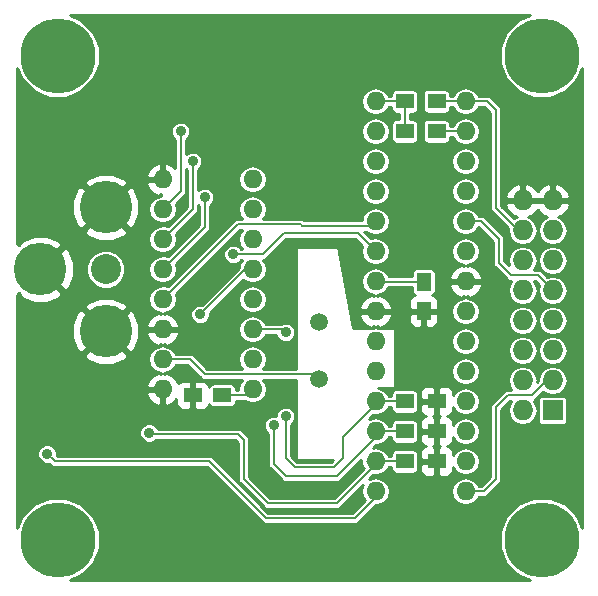
<source format=gbl>
G04 #@! TF.FileFunction,Copper,L2,Bot,Signal*
%FSLAX46Y46*%
G04 Gerber Fmt 4.6, Leading zero omitted, Abs format (unit mm)*
G04 Created by KiCad (PCBNEW (after 2015-mar-04 BZR unknown)-product) date 11/9/2016 1:13:21 PM*
%MOMM*%
G01*
G04 APERTURE LIST*
%ADD10C,0.150000*%
%ADD11C,6.350000*%
%ADD12R,1.727200X1.727200*%
%ADD13O,1.727200X1.727200*%
%ADD14O,1.600000X1.600000*%
%ADD15C,1.501140*%
%ADD16C,4.445000*%
%ADD17C,2.540000*%
%ADD18R,1.500000X1.300000*%
%ADD19R,1.250000X1.500000*%
%ADD20R,1.500000X1.250000*%
%ADD21C,0.889000*%
%ADD22C,0.203200*%
%ADD23C,0.254000*%
G04 APERTURE END LIST*
D10*
D11*
X200000000Y-125000000D03*
X159000000Y-125000000D03*
X200000000Y-84000000D03*
X159000000Y-84000000D03*
D12*
X200914000Y-114046000D03*
D13*
X198374000Y-114046000D03*
X200914000Y-111506000D03*
X198374000Y-111506000D03*
X200914000Y-108966000D03*
X198374000Y-108966000D03*
X200914000Y-106426000D03*
X198374000Y-106426000D03*
X200914000Y-103886000D03*
X198374000Y-103886000D03*
X200914000Y-101346000D03*
X198374000Y-101346000D03*
X200914000Y-98806000D03*
X198374000Y-98806000D03*
X200914000Y-96266000D03*
X198374000Y-96266000D03*
D14*
X185928000Y-87884000D03*
X185928000Y-90424000D03*
X185928000Y-92964000D03*
X185928000Y-95504000D03*
X185928000Y-98044000D03*
X185928000Y-100584000D03*
X185928000Y-103124000D03*
X185928000Y-105664000D03*
X185928000Y-108204000D03*
X185928000Y-110744000D03*
X185928000Y-113284000D03*
X185928000Y-115824000D03*
X185928000Y-118364000D03*
X185928000Y-120904000D03*
X193548000Y-120904000D03*
X193548000Y-118364000D03*
X193548000Y-115824000D03*
X193548000Y-113284000D03*
X193548000Y-110744000D03*
X193548000Y-108204000D03*
X193548000Y-105664000D03*
X193548000Y-103124000D03*
X193548000Y-100584000D03*
X193548000Y-98044000D03*
X193548000Y-95504000D03*
X193548000Y-92964000D03*
X193548000Y-90424000D03*
X193548000Y-87884000D03*
X167894000Y-94488000D03*
X167894000Y-97028000D03*
X167894000Y-99568000D03*
X167894000Y-102108000D03*
X167894000Y-104648000D03*
X167894000Y-107188000D03*
X167894000Y-109728000D03*
X167894000Y-112268000D03*
X175514000Y-112268000D03*
X175514000Y-109728000D03*
X175514000Y-107188000D03*
X175514000Y-104648000D03*
X175514000Y-102108000D03*
X175514000Y-99568000D03*
X175514000Y-97028000D03*
X175514000Y-94488000D03*
D15*
X181102000Y-111406940D03*
X181102000Y-106525060D03*
D16*
X157556200Y-102108000D03*
X163068000Y-107353100D03*
X163068000Y-96862900D03*
D17*
X163068000Y-102108000D03*
D18*
X188388000Y-113284000D03*
X191088000Y-113284000D03*
X188388000Y-115824000D03*
X191088000Y-115824000D03*
X188388000Y-118364000D03*
X191088000Y-118364000D03*
X191088000Y-90424000D03*
X188388000Y-90424000D03*
X188388000Y-87884000D03*
X191088000Y-87884000D03*
D19*
X189992000Y-103144000D03*
X189992000Y-105644000D03*
D20*
X172954000Y-112776000D03*
X170454000Y-112776000D03*
D21*
X181102000Y-97536000D03*
X181102000Y-120650000D03*
X158115000Y-117729000D03*
X171069000Y-105918000D03*
X169418000Y-90424000D03*
X170434000Y-92964000D03*
X171450000Y-96012000D03*
X173863000Y-100838000D03*
X178308000Y-107442000D03*
X178308000Y-114554000D03*
X177292000Y-115316000D03*
X166751000Y-115951000D03*
D22*
X180693060Y-110998000D02*
X181102000Y-111406940D01*
X171450000Y-110998000D02*
X180693060Y-110998000D01*
X170180000Y-109728000D02*
X171450000Y-110998000D01*
X167894000Y-109728000D02*
X170180000Y-109728000D01*
X172954000Y-112776000D02*
X175006000Y-112776000D01*
X175006000Y-112776000D02*
X175514000Y-112268000D01*
X189992000Y-103144000D02*
X185948000Y-103144000D01*
X185948000Y-103144000D02*
X185928000Y-103124000D01*
X188388000Y-90424000D02*
X188388000Y-87884000D01*
X188388000Y-87884000D02*
X185928000Y-87884000D01*
X195072000Y-120904000D02*
X193548000Y-120904000D01*
X196088000Y-119888000D02*
X195072000Y-120904000D01*
X196088000Y-113792000D02*
X196088000Y-119888000D01*
X197104000Y-112776000D02*
X196088000Y-113792000D01*
X199136000Y-112776000D02*
X197104000Y-112776000D01*
X200406000Y-111506000D02*
X199136000Y-112776000D01*
X200914000Y-111506000D02*
X200406000Y-111506000D01*
X199644000Y-102616000D02*
X197358000Y-102616000D01*
X197358000Y-102616000D02*
X196342000Y-101600000D01*
X196342000Y-101600000D02*
X196342000Y-99568000D01*
X196342000Y-99568000D02*
X194818000Y-98044000D01*
X194818000Y-98044000D02*
X193548000Y-98044000D01*
X200914000Y-103886000D02*
X199644000Y-102616000D01*
X191088000Y-90424000D02*
X193548000Y-90424000D01*
X196088000Y-88646000D02*
X195326000Y-87884000D01*
X191088000Y-87884000D02*
X193548000Y-87884000D01*
X195326000Y-87884000D02*
X193548000Y-87884000D01*
X198374000Y-98806000D02*
X198374000Y-98552000D01*
X196088000Y-96901000D02*
X196088000Y-88646000D01*
X197993000Y-98806000D02*
X196088000Y-96901000D01*
X198374000Y-98806000D02*
X197993000Y-98806000D01*
X179959000Y-123190000D02*
X176657000Y-123190000D01*
X158750000Y-118364000D02*
X158115000Y-117729000D01*
X171831000Y-118364000D02*
X158750000Y-118364000D01*
X176657000Y-123190000D02*
X171831000Y-118364000D01*
X184150000Y-123190000D02*
X179959000Y-123190000D01*
X185928000Y-121412000D02*
X184150000Y-123190000D01*
X185928000Y-120904000D02*
X185928000Y-121412000D01*
X175260000Y-102108000D02*
X175514000Y-102108000D01*
X174879000Y-102108000D02*
X171069000Y-105918000D01*
X175514000Y-102108000D02*
X174879000Y-102108000D01*
X169418000Y-95504000D02*
X167894000Y-97028000D01*
X169418000Y-90424000D02*
X169418000Y-95504000D01*
X170434000Y-97028000D02*
X167894000Y-99568000D01*
X170434000Y-92964000D02*
X170434000Y-97028000D01*
X171450000Y-98552000D02*
X167894000Y-102108000D01*
X171450000Y-96012000D02*
X171450000Y-98552000D01*
X176022000Y-98298000D02*
X176403000Y-98298000D01*
X185547000Y-98425000D02*
X185928000Y-98044000D01*
X179578000Y-98298000D02*
X179705000Y-98425000D01*
X179705000Y-98425000D02*
X185547000Y-98425000D01*
X176403000Y-98298000D02*
X179578000Y-98298000D01*
X174244000Y-98298000D02*
X167894000Y-104648000D01*
X176022000Y-98298000D02*
X174244000Y-98298000D01*
X185674000Y-100838000D02*
X185928000Y-100584000D01*
X176403000Y-100838000D02*
X178181000Y-99060000D01*
X178181000Y-99060000D02*
X184404000Y-99060000D01*
X184404000Y-99060000D02*
X185928000Y-100584000D01*
X173863000Y-100838000D02*
X176403000Y-100838000D01*
X185928000Y-113284000D02*
X188388000Y-113284000D01*
X178054000Y-107188000D02*
X178308000Y-107442000D01*
X175514000Y-107188000D02*
X178054000Y-107188000D01*
X183134000Y-116332000D02*
X183134000Y-118110000D01*
X183134000Y-118110000D02*
X182372000Y-118872000D01*
X182372000Y-118872000D02*
X179070000Y-118872000D01*
X179070000Y-118872000D02*
X178308000Y-118110000D01*
X178308000Y-118110000D02*
X178308000Y-114554000D01*
X185928000Y-113538000D02*
X183134000Y-116332000D01*
X185928000Y-113284000D02*
X185928000Y-113538000D01*
X185928000Y-115824000D02*
X188388000Y-115824000D01*
X182626000Y-119634000D02*
X178308000Y-119634000D01*
X178308000Y-119634000D02*
X177292000Y-118618000D01*
X177292000Y-118618000D02*
X177292000Y-115316000D01*
X185928000Y-116332000D02*
X182626000Y-119634000D01*
X185928000Y-115824000D02*
X185928000Y-116332000D01*
X185928000Y-118364000D02*
X188388000Y-118364000D01*
X185928000Y-118364000D02*
X185166000Y-118364000D01*
X174752000Y-119888000D02*
X174752000Y-116586000D01*
X176784000Y-121920000D02*
X174752000Y-119888000D01*
X182626000Y-121920000D02*
X176784000Y-121920000D01*
X174752000Y-116586000D02*
X174244000Y-116078000D01*
X174244000Y-116078000D02*
X172974000Y-116078000D01*
X185928000Y-118618000D02*
X182626000Y-121920000D01*
X185928000Y-118364000D02*
X185928000Y-118618000D01*
X166751000Y-115951000D02*
X166878000Y-116078000D01*
X166878000Y-116078000D02*
X172974000Y-116078000D01*
D23*
G36*
X203428500Y-123985706D02*
X203016388Y-122988319D01*
X202368958Y-122339758D01*
X202368958Y-96625026D01*
X202368958Y-95906974D01*
X202196688Y-95491053D01*
X201802490Y-95059179D01*
X201273027Y-94811032D01*
X201041000Y-94931531D01*
X201041000Y-96139000D01*
X202247817Y-96139000D01*
X202368958Y-95906974D01*
X202368958Y-96625026D01*
X202247817Y-96393000D01*
X201041000Y-96393000D01*
X201041000Y-96413000D01*
X200787000Y-96413000D01*
X200787000Y-96393000D01*
X200787000Y-96139000D01*
X200787000Y-94931531D01*
X200554973Y-94811032D01*
X200025510Y-95059179D01*
X199644000Y-95477152D01*
X199262490Y-95059179D01*
X198733027Y-94811032D01*
X198501000Y-94931531D01*
X198501000Y-96139000D01*
X199580183Y-96139000D01*
X199707817Y-96139000D01*
X200787000Y-96139000D01*
X200787000Y-96393000D01*
X199707817Y-96393000D01*
X199580183Y-96393000D01*
X198501000Y-96393000D01*
X198501000Y-96413000D01*
X198247000Y-96413000D01*
X198247000Y-96393000D01*
X198247000Y-96139000D01*
X198247000Y-94931531D01*
X198014973Y-94811032D01*
X197485510Y-95059179D01*
X197091312Y-95491053D01*
X196919042Y-95906974D01*
X197040183Y-96139000D01*
X198247000Y-96139000D01*
X198247000Y-96393000D01*
X197040183Y-96393000D01*
X196919042Y-96625026D01*
X197091312Y-97040947D01*
X197485510Y-97472821D01*
X197875661Y-97655676D01*
X197873329Y-97656140D01*
X197664904Y-97795404D01*
X196570600Y-96701100D01*
X196570600Y-88646005D01*
X196570600Y-88646000D01*
X196570601Y-88646000D01*
X196533864Y-88461317D01*
X196429250Y-88304750D01*
X195667250Y-87542750D01*
X195510683Y-87438136D01*
X195326000Y-87401400D01*
X194641758Y-87401400D01*
X194406230Y-87048907D01*
X194023086Y-86792898D01*
X193571137Y-86703000D01*
X193524863Y-86703000D01*
X193072914Y-86792898D01*
X192689770Y-87048907D01*
X192454241Y-87401400D01*
X192226464Y-87401400D01*
X192226464Y-87234000D01*
X192198278Y-87088726D01*
X192114404Y-86961044D01*
X191987784Y-86875574D01*
X191838000Y-86845536D01*
X190338000Y-86845536D01*
X190192726Y-86873722D01*
X190065044Y-86957596D01*
X189979574Y-87084216D01*
X189949536Y-87234000D01*
X189949536Y-88534000D01*
X189977722Y-88679274D01*
X190061596Y-88806956D01*
X190188216Y-88892426D01*
X190338000Y-88922464D01*
X191838000Y-88922464D01*
X191983274Y-88894278D01*
X192110956Y-88810404D01*
X192196426Y-88683784D01*
X192226464Y-88534000D01*
X192226464Y-88366600D01*
X192454241Y-88366600D01*
X192689770Y-88719093D01*
X193072914Y-88975102D01*
X193524863Y-89065000D01*
X193571137Y-89065000D01*
X194023086Y-88975102D01*
X194406230Y-88719093D01*
X194641758Y-88366600D01*
X195126100Y-88366600D01*
X195605400Y-88845900D01*
X195605400Y-96901000D01*
X195642136Y-97085683D01*
X195746750Y-97242250D01*
X197139108Y-98634608D01*
X197105017Y-98806000D01*
X197199757Y-99282288D01*
X197469552Y-99686065D01*
X197873329Y-99955860D01*
X198349617Y-100050600D01*
X198398383Y-100050600D01*
X198874671Y-99955860D01*
X199278448Y-99686065D01*
X199548243Y-99282288D01*
X199642983Y-98806000D01*
X199548243Y-98329712D01*
X199278448Y-97925935D01*
X198874671Y-97656140D01*
X198872338Y-97655676D01*
X199262490Y-97472821D01*
X199644000Y-97054847D01*
X200025510Y-97472821D01*
X200415661Y-97655676D01*
X200413329Y-97656140D01*
X200009552Y-97925935D01*
X199739757Y-98329712D01*
X199645017Y-98806000D01*
X199739757Y-99282288D01*
X200009552Y-99686065D01*
X200413329Y-99955860D01*
X200889617Y-100050600D01*
X200938383Y-100050600D01*
X201414671Y-99955860D01*
X201818448Y-99686065D01*
X202088243Y-99282288D01*
X202182983Y-98806000D01*
X202088243Y-98329712D01*
X201818448Y-97925935D01*
X201414671Y-97656140D01*
X201412338Y-97655676D01*
X201802490Y-97472821D01*
X202196688Y-97040947D01*
X202368958Y-96625026D01*
X202368958Y-122339758D01*
X202182983Y-122153458D01*
X202182983Y-111506000D01*
X202182983Y-108966000D01*
X202182983Y-106426000D01*
X202182983Y-103886000D01*
X202182983Y-101346000D01*
X202088243Y-100869712D01*
X201818448Y-100465935D01*
X201414671Y-100196140D01*
X200938383Y-100101400D01*
X200889617Y-100101400D01*
X200413329Y-100196140D01*
X200009552Y-100465935D01*
X199739757Y-100869712D01*
X199645017Y-101346000D01*
X199739757Y-101822288D01*
X200009552Y-102226065D01*
X200413329Y-102495860D01*
X200889617Y-102590600D01*
X200938383Y-102590600D01*
X201414671Y-102495860D01*
X201818448Y-102226065D01*
X202088243Y-101822288D01*
X202182983Y-101346000D01*
X202182983Y-103886000D01*
X202088243Y-103409712D01*
X201818448Y-103005935D01*
X201414671Y-102736140D01*
X200938383Y-102641400D01*
X200889617Y-102641400D01*
X200441113Y-102730613D01*
X199985250Y-102274750D01*
X199828683Y-102170136D01*
X199644000Y-102133400D01*
X199340364Y-102133400D01*
X199548243Y-101822288D01*
X199642983Y-101346000D01*
X199548243Y-100869712D01*
X199278448Y-100465935D01*
X198874671Y-100196140D01*
X198398383Y-100101400D01*
X198349617Y-100101400D01*
X197873329Y-100196140D01*
X197469552Y-100465935D01*
X197199757Y-100869712D01*
X197105017Y-101346000D01*
X197188079Y-101763579D01*
X196824600Y-101400100D01*
X196824600Y-99568000D01*
X196787864Y-99383317D01*
X196683250Y-99226750D01*
X196683246Y-99226747D01*
X195159250Y-97702750D01*
X195002683Y-97598136D01*
X194818000Y-97561400D01*
X194752137Y-97561400D01*
X194752137Y-95504000D01*
X194752137Y-92964000D01*
X194752137Y-90424000D01*
X194662239Y-89972051D01*
X194406230Y-89588907D01*
X194023086Y-89332898D01*
X193571137Y-89243000D01*
X193524863Y-89243000D01*
X193072914Y-89332898D01*
X192689770Y-89588907D01*
X192454241Y-89941400D01*
X192226464Y-89941400D01*
X192226464Y-89774000D01*
X192198278Y-89628726D01*
X192114404Y-89501044D01*
X191987784Y-89415574D01*
X191838000Y-89385536D01*
X190338000Y-89385536D01*
X190192726Y-89413722D01*
X190065044Y-89497596D01*
X189979574Y-89624216D01*
X189949536Y-89774000D01*
X189949536Y-91074000D01*
X189977722Y-91219274D01*
X190061596Y-91346956D01*
X190188216Y-91432426D01*
X190338000Y-91462464D01*
X191838000Y-91462464D01*
X191983274Y-91434278D01*
X192110956Y-91350404D01*
X192196426Y-91223784D01*
X192226464Y-91074000D01*
X192226464Y-90906600D01*
X192454241Y-90906600D01*
X192689770Y-91259093D01*
X193072914Y-91515102D01*
X193524863Y-91605000D01*
X193571137Y-91605000D01*
X194023086Y-91515102D01*
X194406230Y-91259093D01*
X194662239Y-90875949D01*
X194752137Y-90424000D01*
X194752137Y-92964000D01*
X194662239Y-92512051D01*
X194406230Y-92128907D01*
X194023086Y-91872898D01*
X193571137Y-91783000D01*
X193524863Y-91783000D01*
X193072914Y-91872898D01*
X192689770Y-92128907D01*
X192433761Y-92512051D01*
X192343863Y-92964000D01*
X192433761Y-93415949D01*
X192689770Y-93799093D01*
X193072914Y-94055102D01*
X193524863Y-94145000D01*
X193571137Y-94145000D01*
X194023086Y-94055102D01*
X194406230Y-93799093D01*
X194662239Y-93415949D01*
X194752137Y-92964000D01*
X194752137Y-95504000D01*
X194662239Y-95052051D01*
X194406230Y-94668907D01*
X194023086Y-94412898D01*
X193571137Y-94323000D01*
X193524863Y-94323000D01*
X193072914Y-94412898D01*
X192689770Y-94668907D01*
X192433761Y-95052051D01*
X192343863Y-95504000D01*
X192433761Y-95955949D01*
X192689770Y-96339093D01*
X193072914Y-96595102D01*
X193524863Y-96685000D01*
X193571137Y-96685000D01*
X194023086Y-96595102D01*
X194406230Y-96339093D01*
X194662239Y-95955949D01*
X194752137Y-95504000D01*
X194752137Y-97561400D01*
X194641758Y-97561400D01*
X194406230Y-97208907D01*
X194023086Y-96952898D01*
X193571137Y-96863000D01*
X193524863Y-96863000D01*
X193072914Y-96952898D01*
X192689770Y-97208907D01*
X192433761Y-97592051D01*
X192343863Y-98044000D01*
X192433761Y-98495949D01*
X192689770Y-98879093D01*
X193072914Y-99135102D01*
X193524863Y-99225000D01*
X193571137Y-99225000D01*
X194023086Y-99135102D01*
X194406230Y-98879093D01*
X194632282Y-98540782D01*
X195859400Y-99767899D01*
X195859400Y-101600000D01*
X195896136Y-101784683D01*
X196000750Y-101941250D01*
X197016750Y-102957250D01*
X197173317Y-103061864D01*
X197358000Y-103098600D01*
X197407635Y-103098600D01*
X197199757Y-103409712D01*
X197105017Y-103886000D01*
X197199757Y-104362288D01*
X197469552Y-104766065D01*
X197873329Y-105035860D01*
X198349617Y-105130600D01*
X198398383Y-105130600D01*
X198874671Y-105035860D01*
X199278448Y-104766065D01*
X199548243Y-104362288D01*
X199642983Y-103886000D01*
X199548243Y-103409712D01*
X199340364Y-103098600D01*
X199444100Y-103098600D01*
X199745947Y-103400447D01*
X199739757Y-103409712D01*
X199645017Y-103886000D01*
X199739757Y-104362288D01*
X200009552Y-104766065D01*
X200413329Y-105035860D01*
X200889617Y-105130600D01*
X200938383Y-105130600D01*
X201414671Y-105035860D01*
X201818448Y-104766065D01*
X202088243Y-104362288D01*
X202182983Y-103886000D01*
X202182983Y-106426000D01*
X202088243Y-105949712D01*
X201818448Y-105545935D01*
X201414671Y-105276140D01*
X200938383Y-105181400D01*
X200889617Y-105181400D01*
X200413329Y-105276140D01*
X200009552Y-105545935D01*
X199739757Y-105949712D01*
X199645017Y-106426000D01*
X199739757Y-106902288D01*
X200009552Y-107306065D01*
X200413329Y-107575860D01*
X200889617Y-107670600D01*
X200938383Y-107670600D01*
X201414671Y-107575860D01*
X201818448Y-107306065D01*
X202088243Y-106902288D01*
X202182983Y-106426000D01*
X202182983Y-108966000D01*
X202088243Y-108489712D01*
X201818448Y-108085935D01*
X201414671Y-107816140D01*
X200938383Y-107721400D01*
X200889617Y-107721400D01*
X200413329Y-107816140D01*
X200009552Y-108085935D01*
X199739757Y-108489712D01*
X199645017Y-108966000D01*
X199739757Y-109442288D01*
X200009552Y-109846065D01*
X200413329Y-110115860D01*
X200889617Y-110210600D01*
X200938383Y-110210600D01*
X201414671Y-110115860D01*
X201818448Y-109846065D01*
X202088243Y-109442288D01*
X202182983Y-108966000D01*
X202182983Y-111506000D01*
X202088243Y-111029712D01*
X201818448Y-110625935D01*
X201414671Y-110356140D01*
X200938383Y-110261400D01*
X200889617Y-110261400D01*
X200413329Y-110356140D01*
X200009552Y-110625935D01*
X199739757Y-111029712D01*
X199645017Y-111506000D01*
X199658038Y-111571461D01*
X199622990Y-111606509D01*
X199642983Y-111506000D01*
X199642983Y-108966000D01*
X199642983Y-106426000D01*
X199548243Y-105949712D01*
X199278448Y-105545935D01*
X198874671Y-105276140D01*
X198398383Y-105181400D01*
X198349617Y-105181400D01*
X197873329Y-105276140D01*
X197469552Y-105545935D01*
X197199757Y-105949712D01*
X197105017Y-106426000D01*
X197199757Y-106902288D01*
X197469552Y-107306065D01*
X197873329Y-107575860D01*
X198349617Y-107670600D01*
X198398383Y-107670600D01*
X198874671Y-107575860D01*
X199278448Y-107306065D01*
X199548243Y-106902288D01*
X199642983Y-106426000D01*
X199642983Y-108966000D01*
X199548243Y-108489712D01*
X199278448Y-108085935D01*
X198874671Y-107816140D01*
X198398383Y-107721400D01*
X198349617Y-107721400D01*
X197873329Y-107816140D01*
X197469552Y-108085935D01*
X197199757Y-108489712D01*
X197105017Y-108966000D01*
X197199757Y-109442288D01*
X197469552Y-109846065D01*
X197873329Y-110115860D01*
X198349617Y-110210600D01*
X198398383Y-110210600D01*
X198874671Y-110115860D01*
X199278448Y-109846065D01*
X199548243Y-109442288D01*
X199642983Y-108966000D01*
X199642983Y-111506000D01*
X199548243Y-111029712D01*
X199278448Y-110625935D01*
X198874671Y-110356140D01*
X198398383Y-110261400D01*
X198349617Y-110261400D01*
X197873329Y-110356140D01*
X197469552Y-110625935D01*
X197199757Y-111029712D01*
X197105017Y-111506000D01*
X197199757Y-111982288D01*
X197407635Y-112293400D01*
X197104000Y-112293400D01*
X196919317Y-112330136D01*
X196762750Y-112434750D01*
X195746750Y-113450750D01*
X195642136Y-113607317D01*
X195605400Y-113792000D01*
X195605400Y-119688100D01*
X194939904Y-120353596D01*
X194939904Y-103473039D01*
X194939904Y-102774961D01*
X194779041Y-102386577D01*
X194752137Y-102356877D01*
X194403134Y-101971611D01*
X193897041Y-101732086D01*
X193675002Y-101853369D01*
X193675002Y-101744340D01*
X194023086Y-101675102D01*
X194406230Y-101419093D01*
X194662239Y-101035949D01*
X194752137Y-100584000D01*
X194662239Y-100132051D01*
X194406230Y-99748907D01*
X194023086Y-99492898D01*
X193571137Y-99403000D01*
X193524863Y-99403000D01*
X193072914Y-99492898D01*
X192689770Y-99748907D01*
X192433761Y-100132051D01*
X192343863Y-100584000D01*
X192433761Y-101035949D01*
X192689770Y-101419093D01*
X193072914Y-101675102D01*
X193420998Y-101744340D01*
X193420998Y-101853369D01*
X193198959Y-101732086D01*
X192692866Y-101971611D01*
X192316959Y-102386577D01*
X192156096Y-102774961D01*
X192278085Y-102997000D01*
X193421000Y-102997000D01*
X193421000Y-102977000D01*
X193675000Y-102977000D01*
X193675000Y-102997000D01*
X194817915Y-102997000D01*
X194939904Y-102774961D01*
X194939904Y-103473039D01*
X194817915Y-103251000D01*
X193675000Y-103251000D01*
X193675000Y-103271000D01*
X193421000Y-103271000D01*
X193421000Y-103251000D01*
X192278085Y-103251000D01*
X192156096Y-103473039D01*
X192316959Y-103861423D01*
X192692866Y-104276389D01*
X193198959Y-104515914D01*
X193420998Y-104394630D01*
X193420998Y-104503659D01*
X193072914Y-104572898D01*
X192689770Y-104828907D01*
X192433761Y-105212051D01*
X192343863Y-105664000D01*
X192433761Y-106115949D01*
X192689770Y-106499093D01*
X193072914Y-106755102D01*
X193524863Y-106845000D01*
X193571137Y-106845000D01*
X194023086Y-106755102D01*
X194406230Y-106499093D01*
X194662239Y-106115949D01*
X194752137Y-105664000D01*
X194662239Y-105212051D01*
X194406230Y-104828907D01*
X194023086Y-104572898D01*
X193675002Y-104503659D01*
X193675002Y-104394630D01*
X193897041Y-104515914D01*
X194403134Y-104276389D01*
X194779041Y-103861423D01*
X194939904Y-103473039D01*
X194939904Y-120353596D01*
X194872100Y-120421400D01*
X194752137Y-120421400D01*
X194752137Y-118364000D01*
X194662239Y-117912051D01*
X194406230Y-117528907D01*
X194023086Y-117272898D01*
X193571137Y-117183000D01*
X193524863Y-117183000D01*
X193072914Y-117272898D01*
X192689770Y-117528907D01*
X192473000Y-117853325D01*
X192473000Y-117840309D01*
X192473000Y-117587690D01*
X192376327Y-117354301D01*
X192197698Y-117175673D01*
X192000522Y-117094000D01*
X192197698Y-117012327D01*
X192376327Y-116833699D01*
X192473000Y-116600310D01*
X192473000Y-116347691D01*
X192473000Y-116334674D01*
X192689770Y-116659093D01*
X193072914Y-116915102D01*
X193524863Y-117005000D01*
X193571137Y-117005000D01*
X194023086Y-116915102D01*
X194406230Y-116659093D01*
X194662239Y-116275949D01*
X194752137Y-115824000D01*
X194662239Y-115372051D01*
X194406230Y-114988907D01*
X194023086Y-114732898D01*
X193571137Y-114643000D01*
X193524863Y-114643000D01*
X193072914Y-114732898D01*
X192689770Y-114988907D01*
X192473000Y-115313325D01*
X192473000Y-115300309D01*
X192473000Y-115047690D01*
X192376327Y-114814301D01*
X192197698Y-114635673D01*
X192000522Y-114554000D01*
X192197698Y-114472327D01*
X192376327Y-114293699D01*
X192473000Y-114060310D01*
X192473000Y-113807691D01*
X192473000Y-113794674D01*
X192689770Y-114119093D01*
X193072914Y-114375102D01*
X193524863Y-114465000D01*
X193571137Y-114465000D01*
X194023086Y-114375102D01*
X194406230Y-114119093D01*
X194662239Y-113735949D01*
X194752137Y-113284000D01*
X194752137Y-110744000D01*
X194752137Y-108204000D01*
X194662239Y-107752051D01*
X194406230Y-107368907D01*
X194023086Y-107112898D01*
X193571137Y-107023000D01*
X193524863Y-107023000D01*
X193072914Y-107112898D01*
X192689770Y-107368907D01*
X192433761Y-107752051D01*
X192343863Y-108204000D01*
X192433761Y-108655949D01*
X192689770Y-109039093D01*
X193072914Y-109295102D01*
X193524863Y-109385000D01*
X193571137Y-109385000D01*
X194023086Y-109295102D01*
X194406230Y-109039093D01*
X194662239Y-108655949D01*
X194752137Y-108204000D01*
X194752137Y-110744000D01*
X194662239Y-110292051D01*
X194406230Y-109908907D01*
X194023086Y-109652898D01*
X193571137Y-109563000D01*
X193524863Y-109563000D01*
X193072914Y-109652898D01*
X192689770Y-109908907D01*
X192433761Y-110292051D01*
X192343863Y-110744000D01*
X192433761Y-111195949D01*
X192689770Y-111579093D01*
X193072914Y-111835102D01*
X193524863Y-111925000D01*
X193571137Y-111925000D01*
X194023086Y-111835102D01*
X194406230Y-111579093D01*
X194662239Y-111195949D01*
X194752137Y-110744000D01*
X194752137Y-113284000D01*
X194662239Y-112832051D01*
X194406230Y-112448907D01*
X194023086Y-112192898D01*
X193571137Y-112103000D01*
X193524863Y-112103000D01*
X193072914Y-112192898D01*
X192689770Y-112448907D01*
X192473000Y-112773325D01*
X192473000Y-112760309D01*
X192473000Y-112507690D01*
X192376327Y-112274301D01*
X192197698Y-112095673D01*
X191964309Y-111999000D01*
X191373750Y-111999000D01*
X191252000Y-112120750D01*
X191252000Y-106520309D01*
X191252000Y-105929750D01*
X191252000Y-105358250D01*
X191252000Y-104767691D01*
X191155327Y-104534302D01*
X190976699Y-104355673D01*
X190743310Y-104259000D01*
X190737936Y-104259000D01*
X190762274Y-104254278D01*
X190889956Y-104170404D01*
X190975426Y-104043784D01*
X191005464Y-103894000D01*
X191005464Y-102394000D01*
X190977278Y-102248726D01*
X190893404Y-102121044D01*
X190766784Y-102035574D01*
X190617000Y-102005536D01*
X189526464Y-102005536D01*
X189526464Y-91074000D01*
X189526464Y-89774000D01*
X189498278Y-89628726D01*
X189414404Y-89501044D01*
X189287784Y-89415574D01*
X189138000Y-89385536D01*
X188870600Y-89385536D01*
X188870600Y-88922464D01*
X189138000Y-88922464D01*
X189283274Y-88894278D01*
X189410956Y-88810404D01*
X189496426Y-88683784D01*
X189526464Y-88534000D01*
X189526464Y-87234000D01*
X189498278Y-87088726D01*
X189414404Y-86961044D01*
X189287784Y-86875574D01*
X189138000Y-86845536D01*
X187638000Y-86845536D01*
X187492726Y-86873722D01*
X187365044Y-86957596D01*
X187279574Y-87084216D01*
X187249536Y-87234000D01*
X187249536Y-87401400D01*
X187021758Y-87401400D01*
X186786230Y-87048907D01*
X186403086Y-86792898D01*
X185951137Y-86703000D01*
X185904863Y-86703000D01*
X185452914Y-86792898D01*
X185069770Y-87048907D01*
X184813761Y-87432051D01*
X184723863Y-87884000D01*
X184813761Y-88335949D01*
X185069770Y-88719093D01*
X185452914Y-88975102D01*
X185904863Y-89065000D01*
X185951137Y-89065000D01*
X186403086Y-88975102D01*
X186786230Y-88719093D01*
X187021758Y-88366600D01*
X187249536Y-88366600D01*
X187249536Y-88534000D01*
X187277722Y-88679274D01*
X187361596Y-88806956D01*
X187488216Y-88892426D01*
X187638000Y-88922464D01*
X187905400Y-88922464D01*
X187905400Y-89385536D01*
X187638000Y-89385536D01*
X187492726Y-89413722D01*
X187365044Y-89497596D01*
X187279574Y-89624216D01*
X187249536Y-89774000D01*
X187249536Y-91074000D01*
X187277722Y-91219274D01*
X187361596Y-91346956D01*
X187488216Y-91432426D01*
X187638000Y-91462464D01*
X189138000Y-91462464D01*
X189283274Y-91434278D01*
X189410956Y-91350404D01*
X189496426Y-91223784D01*
X189526464Y-91074000D01*
X189526464Y-102005536D01*
X189367000Y-102005536D01*
X189221726Y-102033722D01*
X189094044Y-102117596D01*
X189008574Y-102244216D01*
X188978536Y-102394000D01*
X188978536Y-102661400D01*
X187132137Y-102661400D01*
X187132137Y-100584000D01*
X187042239Y-100132051D01*
X186786230Y-99748907D01*
X186403086Y-99492898D01*
X185951137Y-99403000D01*
X185904863Y-99403000D01*
X185508367Y-99481867D01*
X184934099Y-98907600D01*
X185112433Y-98907600D01*
X185452914Y-99135102D01*
X185904863Y-99225000D01*
X185951137Y-99225000D01*
X186403086Y-99135102D01*
X186786230Y-98879093D01*
X187042239Y-98495949D01*
X187132137Y-98044000D01*
X187132137Y-95504000D01*
X187132137Y-92964000D01*
X187132137Y-90424000D01*
X187042239Y-89972051D01*
X186786230Y-89588907D01*
X186403086Y-89332898D01*
X185951137Y-89243000D01*
X185904863Y-89243000D01*
X185452914Y-89332898D01*
X185069770Y-89588907D01*
X184813761Y-89972051D01*
X184723863Y-90424000D01*
X184813761Y-90875949D01*
X185069770Y-91259093D01*
X185452914Y-91515102D01*
X185904863Y-91605000D01*
X185951137Y-91605000D01*
X186403086Y-91515102D01*
X186786230Y-91259093D01*
X187042239Y-90875949D01*
X187132137Y-90424000D01*
X187132137Y-92964000D01*
X187042239Y-92512051D01*
X186786230Y-92128907D01*
X186403086Y-91872898D01*
X185951137Y-91783000D01*
X185904863Y-91783000D01*
X185452914Y-91872898D01*
X185069770Y-92128907D01*
X184813761Y-92512051D01*
X184723863Y-92964000D01*
X184813761Y-93415949D01*
X185069770Y-93799093D01*
X185452914Y-94055102D01*
X185904863Y-94145000D01*
X185951137Y-94145000D01*
X186403086Y-94055102D01*
X186786230Y-93799093D01*
X187042239Y-93415949D01*
X187132137Y-92964000D01*
X187132137Y-95504000D01*
X187042239Y-95052051D01*
X186786230Y-94668907D01*
X186403086Y-94412898D01*
X185951137Y-94323000D01*
X185904863Y-94323000D01*
X185452914Y-94412898D01*
X185069770Y-94668907D01*
X184813761Y-95052051D01*
X184723863Y-95504000D01*
X184813761Y-95955949D01*
X185069770Y-96339093D01*
X185452914Y-96595102D01*
X185904863Y-96685000D01*
X185951137Y-96685000D01*
X186403086Y-96595102D01*
X186786230Y-96339093D01*
X187042239Y-95955949D01*
X187132137Y-95504000D01*
X187132137Y-98044000D01*
X187042239Y-97592051D01*
X186786230Y-97208907D01*
X186403086Y-96952898D01*
X185951137Y-96863000D01*
X185904863Y-96863000D01*
X185452914Y-96952898D01*
X185069770Y-97208907D01*
X184813761Y-97592051D01*
X184744072Y-97942400D01*
X179897773Y-97942400D01*
X179762683Y-97852136D01*
X179578000Y-97815400D01*
X176404097Y-97815400D01*
X176628239Y-97479949D01*
X176718137Y-97028000D01*
X176718137Y-94488000D01*
X176628239Y-94036051D01*
X176372230Y-93652907D01*
X175989086Y-93396898D01*
X175537137Y-93307000D01*
X175490863Y-93307000D01*
X175038914Y-93396898D01*
X174655770Y-93652907D01*
X174399761Y-94036051D01*
X174309863Y-94488000D01*
X174399761Y-94939949D01*
X174655770Y-95323093D01*
X175038914Y-95579102D01*
X175490863Y-95669000D01*
X175537137Y-95669000D01*
X175989086Y-95579102D01*
X176372230Y-95323093D01*
X176628239Y-94939949D01*
X176718137Y-94488000D01*
X176718137Y-97028000D01*
X176628239Y-96576051D01*
X176372230Y-96192907D01*
X175989086Y-95936898D01*
X175537137Y-95847000D01*
X175490863Y-95847000D01*
X175038914Y-95936898D01*
X174655770Y-96192907D01*
X174399761Y-96576051D01*
X174309863Y-97028000D01*
X174399761Y-97479949D01*
X174623902Y-97815400D01*
X174244000Y-97815400D01*
X174059317Y-97852136D01*
X173902750Y-97956750D01*
X172275643Y-99583856D01*
X172275643Y-95848518D01*
X172150233Y-95545002D01*
X171918219Y-95312583D01*
X171614923Y-95186643D01*
X171286518Y-95186357D01*
X170983002Y-95311767D01*
X170916600Y-95378053D01*
X170916600Y-93648658D01*
X171133417Y-93432219D01*
X171259357Y-93128923D01*
X171259643Y-92800518D01*
X171134233Y-92497002D01*
X170902219Y-92264583D01*
X170598923Y-92138643D01*
X170270518Y-92138357D01*
X169967002Y-92263767D01*
X169900600Y-92330053D01*
X169900600Y-91108658D01*
X170117417Y-90892219D01*
X170243357Y-90588923D01*
X170243643Y-90260518D01*
X170118233Y-89957002D01*
X169886219Y-89724583D01*
X169582923Y-89598643D01*
X169254518Y-89598357D01*
X168951002Y-89723767D01*
X168718583Y-89955781D01*
X168592643Y-90259077D01*
X168592357Y-90587482D01*
X168717767Y-90890998D01*
X168935400Y-91109010D01*
X168935400Y-93541231D01*
X168749134Y-93335611D01*
X168243041Y-93096086D01*
X168021000Y-93217371D01*
X168021000Y-94361000D01*
X168041000Y-94361000D01*
X168041000Y-94615000D01*
X168021000Y-94615000D01*
X168021000Y-94635000D01*
X167767000Y-94635000D01*
X167767000Y-94615000D01*
X167767000Y-94361000D01*
X167767000Y-93217371D01*
X167544959Y-93096086D01*
X167038866Y-93335611D01*
X166662959Y-93750577D01*
X166502096Y-94138961D01*
X166624085Y-94361000D01*
X167767000Y-94361000D01*
X167767000Y-94615000D01*
X166624085Y-94615000D01*
X166502096Y-94837039D01*
X166662959Y-95225423D01*
X167038866Y-95640389D01*
X167544959Y-95879914D01*
X167766998Y-95758630D01*
X167766998Y-95867659D01*
X167418914Y-95936898D01*
X167035770Y-96192907D01*
X166779761Y-96576051D01*
X166689863Y-97028000D01*
X166779761Y-97479949D01*
X167035770Y-97863093D01*
X167418914Y-98119102D01*
X167870863Y-98209000D01*
X167917137Y-98209000D01*
X168369086Y-98119102D01*
X168752230Y-97863093D01*
X169008239Y-97479949D01*
X169098137Y-97028000D01*
X169011591Y-96592907D01*
X169759246Y-95845252D01*
X169759249Y-95845250D01*
X169759250Y-95845250D01*
X169863864Y-95688683D01*
X169900600Y-95504000D01*
X169900600Y-93598122D01*
X169951400Y-93649010D01*
X169951400Y-96828100D01*
X168313632Y-98465867D01*
X167917137Y-98387000D01*
X167870863Y-98387000D01*
X167418914Y-98476898D01*
X167035770Y-98732907D01*
X166779761Y-99116051D01*
X166689863Y-99568000D01*
X166779761Y-100019949D01*
X167035770Y-100403093D01*
X167418914Y-100659102D01*
X167870863Y-100749000D01*
X167917137Y-100749000D01*
X168369086Y-100659102D01*
X168752230Y-100403093D01*
X169008239Y-100019949D01*
X169098137Y-99568000D01*
X169011591Y-99132907D01*
X170775246Y-97369252D01*
X170775249Y-97369250D01*
X170775250Y-97369250D01*
X170879864Y-97212683D01*
X170916600Y-97028000D01*
X170916600Y-96646122D01*
X170967400Y-96697010D01*
X170967400Y-98352100D01*
X168313632Y-101005867D01*
X167917137Y-100927000D01*
X167870863Y-100927000D01*
X167418914Y-101016898D01*
X167035770Y-101272907D01*
X166779761Y-101656051D01*
X166689863Y-102108000D01*
X166779761Y-102559949D01*
X167035770Y-102943093D01*
X167418914Y-103199102D01*
X167870863Y-103289000D01*
X167917137Y-103289000D01*
X168369086Y-103199102D01*
X168752230Y-102943093D01*
X169008239Y-102559949D01*
X169098137Y-102108000D01*
X169011592Y-101672907D01*
X171791246Y-98893252D01*
X171791249Y-98893250D01*
X171791250Y-98893250D01*
X171895864Y-98736683D01*
X171932600Y-98552000D01*
X171932600Y-96696658D01*
X172149417Y-96480219D01*
X172275357Y-96176923D01*
X172275643Y-95848518D01*
X172275643Y-99583856D01*
X168313632Y-103545867D01*
X167917137Y-103467000D01*
X167870863Y-103467000D01*
X167418914Y-103556898D01*
X167035770Y-103812907D01*
X166779761Y-104196051D01*
X166689863Y-104648000D01*
X166779761Y-105099949D01*
X167035770Y-105483093D01*
X167418914Y-105739102D01*
X167766998Y-105808340D01*
X167766998Y-105917369D01*
X167544959Y-105796086D01*
X167038866Y-106035611D01*
X166662959Y-106450577D01*
X166502096Y-106838961D01*
X166624085Y-107061000D01*
X167767000Y-107061000D01*
X167767000Y-107041000D01*
X168021000Y-107041000D01*
X168021000Y-107061000D01*
X169163915Y-107061000D01*
X169285904Y-106838961D01*
X169125041Y-106450577D01*
X168749134Y-106035611D01*
X168243041Y-105796086D01*
X168021002Y-105917369D01*
X168021002Y-105808340D01*
X168369086Y-105739102D01*
X168752230Y-105483093D01*
X169008239Y-105099949D01*
X169098137Y-104648000D01*
X169011592Y-104212907D01*
X174443900Y-98780600D01*
X174623902Y-98780600D01*
X174399761Y-99116051D01*
X174309863Y-99568000D01*
X174399761Y-100019949D01*
X174623902Y-100355400D01*
X174547658Y-100355400D01*
X174331219Y-100138583D01*
X174027923Y-100012643D01*
X173699518Y-100012357D01*
X173396002Y-100137767D01*
X173163583Y-100369781D01*
X173037643Y-100673077D01*
X173037357Y-101001482D01*
X173162767Y-101304998D01*
X173394781Y-101537417D01*
X173698077Y-101663357D01*
X174026482Y-101663643D01*
X174329998Y-101538233D01*
X174548010Y-101320600D01*
X174623902Y-101320600D01*
X174399761Y-101656051D01*
X174338011Y-101966488D01*
X171211876Y-105092623D01*
X170905518Y-105092357D01*
X170602002Y-105217767D01*
X170369583Y-105449781D01*
X170243643Y-105753077D01*
X170243357Y-106081482D01*
X170368767Y-106384998D01*
X170600781Y-106617417D01*
X170904077Y-106743357D01*
X171232482Y-106743643D01*
X171535998Y-106618233D01*
X171768417Y-106386219D01*
X171894357Y-106082923D01*
X171894625Y-105774874D01*
X174698113Y-102971386D01*
X175038914Y-103199102D01*
X175490863Y-103289000D01*
X175537137Y-103289000D01*
X175989086Y-103199102D01*
X176372230Y-102943093D01*
X176628239Y-102559949D01*
X176718137Y-102108000D01*
X176628239Y-101656051D01*
X176403968Y-101320407D01*
X176587683Y-101283864D01*
X176744250Y-101179250D01*
X178380900Y-99542600D01*
X184204100Y-99542600D01*
X184810408Y-100148907D01*
X184723863Y-100584000D01*
X184813761Y-101035949D01*
X185069770Y-101419093D01*
X185452914Y-101675102D01*
X185904863Y-101765000D01*
X185951137Y-101765000D01*
X186403086Y-101675102D01*
X186786230Y-101419093D01*
X187042239Y-101035949D01*
X187132137Y-100584000D01*
X187132137Y-102661400D01*
X187035122Y-102661400D01*
X186786230Y-102288907D01*
X186403086Y-102032898D01*
X185951137Y-101943000D01*
X185904863Y-101943000D01*
X185452914Y-102032898D01*
X185069770Y-102288907D01*
X184813761Y-102672051D01*
X184723863Y-103124000D01*
X184813761Y-103575949D01*
X185069770Y-103959093D01*
X185452914Y-104215102D01*
X185800998Y-104284340D01*
X185800998Y-104393369D01*
X185578959Y-104272086D01*
X185072866Y-104511611D01*
X184696959Y-104926577D01*
X184536096Y-105314961D01*
X184658085Y-105537000D01*
X185801000Y-105537000D01*
X185801000Y-105517000D01*
X186055000Y-105517000D01*
X186055000Y-105537000D01*
X187197915Y-105537000D01*
X187319904Y-105314961D01*
X187159041Y-104926577D01*
X186783134Y-104511611D01*
X186277041Y-104272086D01*
X186055002Y-104393369D01*
X186055002Y-104284340D01*
X186403086Y-104215102D01*
X186786230Y-103959093D01*
X187008395Y-103626600D01*
X188978536Y-103626600D01*
X188978536Y-103894000D01*
X189006722Y-104039274D01*
X189090596Y-104166956D01*
X189217216Y-104252426D01*
X189249997Y-104259000D01*
X189240690Y-104259000D01*
X189007301Y-104355673D01*
X188828673Y-104534302D01*
X188732000Y-104767691D01*
X188732000Y-105358250D01*
X188890750Y-105517000D01*
X189865000Y-105517000D01*
X189865000Y-105497000D01*
X190119000Y-105497000D01*
X190119000Y-105517000D01*
X191093250Y-105517000D01*
X191252000Y-105358250D01*
X191252000Y-105929750D01*
X191093250Y-105771000D01*
X190119000Y-105771000D01*
X190119000Y-106870250D01*
X190277750Y-107029000D01*
X190490691Y-107029000D01*
X190743310Y-107029000D01*
X190976699Y-106932327D01*
X191155327Y-106753698D01*
X191252000Y-106520309D01*
X191252000Y-112120750D01*
X191215000Y-112157750D01*
X191215000Y-113157000D01*
X191235000Y-113157000D01*
X191235000Y-113411000D01*
X191215000Y-113411000D01*
X191215000Y-114410250D01*
X191358750Y-114554000D01*
X191215000Y-114697750D01*
X191215000Y-115697000D01*
X191235000Y-115697000D01*
X191235000Y-115951000D01*
X191215000Y-115951000D01*
X191215000Y-116950250D01*
X191358750Y-117094000D01*
X191215000Y-117237750D01*
X191215000Y-118237000D01*
X191235000Y-118237000D01*
X191235000Y-118491000D01*
X191215000Y-118491000D01*
X191215000Y-119490250D01*
X191373750Y-119649000D01*
X191964309Y-119649000D01*
X192197698Y-119552327D01*
X192376327Y-119373699D01*
X192473000Y-119140310D01*
X192473000Y-118887691D01*
X192473000Y-118874674D01*
X192689770Y-119199093D01*
X193072914Y-119455102D01*
X193524863Y-119545000D01*
X193571137Y-119545000D01*
X194023086Y-119455102D01*
X194406230Y-119199093D01*
X194662239Y-118815949D01*
X194752137Y-118364000D01*
X194752137Y-120421400D01*
X194641758Y-120421400D01*
X194406230Y-120068907D01*
X194023086Y-119812898D01*
X193571137Y-119723000D01*
X193524863Y-119723000D01*
X193072914Y-119812898D01*
X192689770Y-120068907D01*
X192433761Y-120452051D01*
X192343863Y-120904000D01*
X192433761Y-121355949D01*
X192689770Y-121739093D01*
X193072914Y-121995102D01*
X193524863Y-122085000D01*
X193571137Y-122085000D01*
X194023086Y-121995102D01*
X194406230Y-121739093D01*
X194641758Y-121386600D01*
X195072000Y-121386600D01*
X195256683Y-121349864D01*
X195413250Y-121245250D01*
X196429250Y-120229250D01*
X196533864Y-120072683D01*
X196570600Y-119888000D01*
X196570600Y-113991900D01*
X197303900Y-113258600D01*
X197407635Y-113258600D01*
X197199757Y-113569712D01*
X197105017Y-114046000D01*
X197199757Y-114522288D01*
X197469552Y-114926065D01*
X197873329Y-115195860D01*
X198349617Y-115290600D01*
X198398383Y-115290600D01*
X198874671Y-115195860D01*
X199278448Y-114926065D01*
X199548243Y-114522288D01*
X199642983Y-114046000D01*
X199548243Y-113569712D01*
X199316389Y-113222718D01*
X199320683Y-113221864D01*
X199477250Y-113117250D01*
X200128773Y-112465726D01*
X200413329Y-112655860D01*
X200889617Y-112750600D01*
X200938383Y-112750600D01*
X201414671Y-112655860D01*
X201818448Y-112386065D01*
X202088243Y-111982288D01*
X202182983Y-111506000D01*
X202182983Y-122153458D01*
X202166064Y-122136510D01*
X202166064Y-114909600D01*
X202166064Y-113182400D01*
X202137878Y-113037126D01*
X202054004Y-112909444D01*
X201927384Y-112823974D01*
X201777600Y-112793936D01*
X200050400Y-112793936D01*
X199905126Y-112822122D01*
X199777444Y-112905996D01*
X199691974Y-113032616D01*
X199661936Y-113182400D01*
X199661936Y-114909600D01*
X199690122Y-115054874D01*
X199773996Y-115182556D01*
X199900616Y-115268026D01*
X200050400Y-115298064D01*
X201777600Y-115298064D01*
X201922874Y-115269878D01*
X202050556Y-115186004D01*
X202136026Y-115059384D01*
X202166064Y-114909600D01*
X202166064Y-122136510D01*
X202016942Y-121987128D01*
X200710435Y-121444619D01*
X199295771Y-121443384D01*
X197988319Y-121983612D01*
X196987128Y-122983058D01*
X196444619Y-124289565D01*
X196443384Y-125704229D01*
X196983612Y-127011681D01*
X197983058Y-128012872D01*
X198984001Y-128428500D01*
X190961000Y-128428500D01*
X190961000Y-119490250D01*
X190961000Y-118491000D01*
X190961000Y-118237000D01*
X190961000Y-117237750D01*
X190817250Y-117094000D01*
X190961000Y-116950250D01*
X190961000Y-115951000D01*
X190961000Y-115697000D01*
X190961000Y-114697750D01*
X190817250Y-114554000D01*
X190961000Y-114410250D01*
X190961000Y-113411000D01*
X190961000Y-113157000D01*
X190961000Y-112157750D01*
X190802250Y-111999000D01*
X190211691Y-111999000D01*
X189978302Y-112095673D01*
X189865000Y-112208974D01*
X189865000Y-106870250D01*
X189865000Y-105771000D01*
X188890750Y-105771000D01*
X188732000Y-105929750D01*
X188732000Y-106520309D01*
X188828673Y-106753698D01*
X189007301Y-106932327D01*
X189240690Y-107029000D01*
X189493309Y-107029000D01*
X189706250Y-107029000D01*
X189865000Y-106870250D01*
X189865000Y-112208974D01*
X189799673Y-112274301D01*
X189703000Y-112507690D01*
X189703000Y-112760309D01*
X189703000Y-112998250D01*
X189861750Y-113157000D01*
X190961000Y-113157000D01*
X190961000Y-113411000D01*
X189861750Y-113411000D01*
X189703000Y-113569750D01*
X189703000Y-113807691D01*
X189703000Y-114060310D01*
X189799673Y-114293699D01*
X189978302Y-114472327D01*
X190175477Y-114554000D01*
X189978302Y-114635673D01*
X189799673Y-114814301D01*
X189703000Y-115047690D01*
X189703000Y-115300309D01*
X189703000Y-115538250D01*
X189861750Y-115697000D01*
X190961000Y-115697000D01*
X190961000Y-115951000D01*
X189861750Y-115951000D01*
X189703000Y-116109750D01*
X189703000Y-116347691D01*
X189703000Y-116600310D01*
X189799673Y-116833699D01*
X189978302Y-117012327D01*
X190175477Y-117094000D01*
X189978302Y-117175673D01*
X189799673Y-117354301D01*
X189703000Y-117587690D01*
X189703000Y-117840309D01*
X189703000Y-118078250D01*
X189861750Y-118237000D01*
X190961000Y-118237000D01*
X190961000Y-118491000D01*
X189861750Y-118491000D01*
X189703000Y-118649750D01*
X189703000Y-118887691D01*
X189703000Y-119140310D01*
X189799673Y-119373699D01*
X189978302Y-119552327D01*
X190211691Y-119649000D01*
X190802250Y-119649000D01*
X190961000Y-119490250D01*
X190961000Y-128428500D01*
X189526464Y-128428500D01*
X189526464Y-119014000D01*
X189526464Y-117714000D01*
X189498278Y-117568726D01*
X189414404Y-117441044D01*
X189287784Y-117355574D01*
X189138000Y-117325536D01*
X187638000Y-117325536D01*
X187492726Y-117353722D01*
X187365044Y-117437596D01*
X187279574Y-117564216D01*
X187249536Y-117714000D01*
X187249536Y-117881400D01*
X187021758Y-117881400D01*
X186786230Y-117528907D01*
X186403086Y-117272898D01*
X185951137Y-117183000D01*
X185904863Y-117183000D01*
X185723406Y-117219093D01*
X185937500Y-117005000D01*
X185951137Y-117005000D01*
X186403086Y-116915102D01*
X186786230Y-116659093D01*
X187021758Y-116306600D01*
X187249536Y-116306600D01*
X187249536Y-116474000D01*
X187277722Y-116619274D01*
X187361596Y-116746956D01*
X187488216Y-116832426D01*
X187638000Y-116862464D01*
X189138000Y-116862464D01*
X189283274Y-116834278D01*
X189410956Y-116750404D01*
X189496426Y-116623784D01*
X189526464Y-116474000D01*
X189526464Y-115174000D01*
X189498278Y-115028726D01*
X189414404Y-114901044D01*
X189287784Y-114815574D01*
X189138000Y-114785536D01*
X187638000Y-114785536D01*
X187492726Y-114813722D01*
X187365044Y-114897596D01*
X187279574Y-115024216D01*
X187249536Y-115174000D01*
X187249536Y-115341400D01*
X187021758Y-115341400D01*
X186786230Y-114988907D01*
X186403086Y-114732898D01*
X185951137Y-114643000D01*
X185904863Y-114643000D01*
X185452914Y-114732898D01*
X185340467Y-114808032D01*
X185720226Y-114428273D01*
X185904863Y-114465000D01*
X185951137Y-114465000D01*
X186403086Y-114375102D01*
X186786230Y-114119093D01*
X187021758Y-113766600D01*
X187249536Y-113766600D01*
X187249536Y-113934000D01*
X187277722Y-114079274D01*
X187361596Y-114206956D01*
X187488216Y-114292426D01*
X187638000Y-114322464D01*
X189138000Y-114322464D01*
X189283274Y-114294278D01*
X189410956Y-114210404D01*
X189496426Y-114083784D01*
X189526464Y-113934000D01*
X189526464Y-112634000D01*
X189498278Y-112488726D01*
X189414404Y-112361044D01*
X189287784Y-112275574D01*
X189138000Y-112245536D01*
X187638000Y-112245536D01*
X187492726Y-112273722D01*
X187365044Y-112357596D01*
X187279574Y-112484216D01*
X187249536Y-112634000D01*
X187249536Y-112801400D01*
X187021758Y-112801400D01*
X186786230Y-112448907D01*
X186403086Y-112192898D01*
X186142176Y-112141000D01*
X187579000Y-112141000D01*
X187579000Y-107061000D01*
X187319904Y-107061000D01*
X186142176Y-107061000D01*
X186055002Y-107043660D01*
X186055002Y-106934630D01*
X186277041Y-107055914D01*
X186783134Y-106816389D01*
X187159041Y-106401423D01*
X187319904Y-106013039D01*
X187197915Y-105791000D01*
X186055000Y-105791000D01*
X186055000Y-105811000D01*
X185801000Y-105811000D01*
X185801000Y-105791000D01*
X184658085Y-105791000D01*
X184536096Y-106013039D01*
X184696959Y-106401423D01*
X185072866Y-106816389D01*
X185578959Y-107055914D01*
X185800998Y-106934630D01*
X185800998Y-107043659D01*
X185713823Y-107061000D01*
X184001641Y-107061000D01*
X182731641Y-100203000D01*
X179197000Y-100203000D01*
X179197000Y-110515400D01*
X179133643Y-110515400D01*
X179133643Y-107278518D01*
X179008233Y-106975002D01*
X178776219Y-106742583D01*
X178472923Y-106616643D01*
X178144518Y-106616357D01*
X177929017Y-106705400D01*
X176718137Y-106705400D01*
X176718137Y-104648000D01*
X176628239Y-104196051D01*
X176372230Y-103812907D01*
X175989086Y-103556898D01*
X175537137Y-103467000D01*
X175490863Y-103467000D01*
X175038914Y-103556898D01*
X174655770Y-103812907D01*
X174399761Y-104196051D01*
X174309863Y-104648000D01*
X174399761Y-105099949D01*
X174655770Y-105483093D01*
X175038914Y-105739102D01*
X175490863Y-105829000D01*
X175537137Y-105829000D01*
X175989086Y-105739102D01*
X176372230Y-105483093D01*
X176628239Y-105099949D01*
X176718137Y-104648000D01*
X176718137Y-106705400D01*
X176607758Y-106705400D01*
X176372230Y-106352907D01*
X175989086Y-106096898D01*
X175537137Y-106007000D01*
X175490863Y-106007000D01*
X175038914Y-106096898D01*
X174655770Y-106352907D01*
X174399761Y-106736051D01*
X174309863Y-107188000D01*
X174399761Y-107639949D01*
X174655770Y-108023093D01*
X175038914Y-108279102D01*
X175490863Y-108369000D01*
X175537137Y-108369000D01*
X175989086Y-108279102D01*
X176372230Y-108023093D01*
X176607758Y-107670600D01*
X177509263Y-107670600D01*
X177607767Y-107908998D01*
X177839781Y-108141417D01*
X178143077Y-108267357D01*
X178471482Y-108267643D01*
X178774998Y-108142233D01*
X179007417Y-107910219D01*
X179133357Y-107606923D01*
X179133643Y-107278518D01*
X179133643Y-110515400D01*
X176404097Y-110515400D01*
X176628239Y-110179949D01*
X176718137Y-109728000D01*
X176628239Y-109276051D01*
X176372230Y-108892907D01*
X175989086Y-108636898D01*
X175537137Y-108547000D01*
X175490863Y-108547000D01*
X175038914Y-108636898D01*
X174655770Y-108892907D01*
X174399761Y-109276051D01*
X174309863Y-109728000D01*
X174399761Y-110179949D01*
X174623902Y-110515400D01*
X171649900Y-110515400D01*
X170521250Y-109386750D01*
X170364683Y-109282136D01*
X170180000Y-109245400D01*
X169285904Y-109245400D01*
X168987758Y-109245400D01*
X168752230Y-108892907D01*
X168369086Y-108636898D01*
X168021002Y-108567659D01*
X168021002Y-108458630D01*
X168243041Y-108579914D01*
X168749134Y-108340389D01*
X169125041Y-107925423D01*
X169285904Y-107537039D01*
X169163915Y-107315000D01*
X168021000Y-107315000D01*
X168021000Y-107335000D01*
X167767000Y-107335000D01*
X167767000Y-107315000D01*
X166624085Y-107315000D01*
X166502096Y-107537039D01*
X166662959Y-107925423D01*
X167038866Y-108340389D01*
X167544959Y-108579914D01*
X167766998Y-108458630D01*
X167766998Y-108567659D01*
X167418914Y-108636898D01*
X167035770Y-108892907D01*
X166779761Y-109276051D01*
X166689863Y-109728000D01*
X166779761Y-110179949D01*
X167035770Y-110563093D01*
X167418914Y-110819102D01*
X167766998Y-110888340D01*
X167766998Y-110997369D01*
X167544959Y-110876086D01*
X167038866Y-111115611D01*
X166662959Y-111530577D01*
X166502096Y-111918961D01*
X166624085Y-112141000D01*
X167767000Y-112141000D01*
X167767000Y-112121000D01*
X168021000Y-112121000D01*
X168021000Y-112141000D01*
X168041000Y-112141000D01*
X168041000Y-112395000D01*
X168021000Y-112395000D01*
X168021000Y-113538629D01*
X168243041Y-113659914D01*
X168749134Y-113420389D01*
X169069000Y-113067286D01*
X169069000Y-113274691D01*
X169069000Y-113527310D01*
X169165673Y-113760699D01*
X169344302Y-113939327D01*
X169577691Y-114036000D01*
X170168250Y-114036000D01*
X170327000Y-113877250D01*
X170327000Y-112903000D01*
X170307000Y-112903000D01*
X170307000Y-112649000D01*
X170327000Y-112649000D01*
X170327000Y-111674750D01*
X170168250Y-111516000D01*
X169577691Y-111516000D01*
X169344302Y-111612673D01*
X169213301Y-111743672D01*
X169125041Y-111530577D01*
X168749134Y-111115611D01*
X168243041Y-110876086D01*
X168021002Y-110997369D01*
X168021002Y-110888340D01*
X168369086Y-110819102D01*
X168752230Y-110563093D01*
X168987758Y-110210600D01*
X169980100Y-110210600D01*
X171108750Y-111339250D01*
X171265317Y-111443864D01*
X171450000Y-111480600D01*
X174623902Y-111480600D01*
X174399761Y-111816051D01*
X174309863Y-112268000D01*
X174314915Y-112293400D01*
X174092464Y-112293400D01*
X174092464Y-112151000D01*
X174064278Y-112005726D01*
X173980404Y-111878044D01*
X173853784Y-111792574D01*
X173704000Y-111762536D01*
X172204000Y-111762536D01*
X172058726Y-111790722D01*
X171931044Y-111874596D01*
X171845574Y-112001216D01*
X171839000Y-112033997D01*
X171839000Y-112024690D01*
X171742327Y-111791301D01*
X171563698Y-111612673D01*
X171330309Y-111516000D01*
X170739750Y-111516000D01*
X170581000Y-111674750D01*
X170581000Y-112649000D01*
X170601000Y-112649000D01*
X170601000Y-112903000D01*
X170581000Y-112903000D01*
X170581000Y-113877250D01*
X170739750Y-114036000D01*
X171330309Y-114036000D01*
X171563698Y-113939327D01*
X171742327Y-113760699D01*
X171839000Y-113527310D01*
X171839000Y-113521936D01*
X171843722Y-113546274D01*
X171927596Y-113673956D01*
X172054216Y-113759426D01*
X172204000Y-113789464D01*
X173704000Y-113789464D01*
X173849274Y-113761278D01*
X173976956Y-113677404D01*
X174062426Y-113550784D01*
X174092464Y-113401000D01*
X174092464Y-113258600D01*
X174888502Y-113258600D01*
X175038914Y-113359102D01*
X175490863Y-113449000D01*
X175537137Y-113449000D01*
X175989086Y-113359102D01*
X176372230Y-113103093D01*
X176628239Y-112719949D01*
X176718137Y-112268000D01*
X176628239Y-111816051D01*
X176404097Y-111480600D01*
X179197000Y-111480600D01*
X179197000Y-118237000D01*
X182324500Y-118237000D01*
X182172100Y-118389400D01*
X179269900Y-118389400D01*
X178790600Y-117910100D01*
X178790600Y-115238658D01*
X179007417Y-115022219D01*
X179133357Y-114718923D01*
X179133643Y-114390518D01*
X179008233Y-114087002D01*
X178776219Y-113854583D01*
X178472923Y-113728643D01*
X178144518Y-113728357D01*
X177841002Y-113853767D01*
X177608583Y-114085781D01*
X177482643Y-114389077D01*
X177482545Y-114501282D01*
X177456923Y-114490643D01*
X177128518Y-114490357D01*
X176825002Y-114615767D01*
X176592583Y-114847781D01*
X176466643Y-115151077D01*
X176466357Y-115479482D01*
X176591767Y-115782998D01*
X176809400Y-116001010D01*
X176809400Y-118618000D01*
X176846136Y-118802683D01*
X176950750Y-118959250D01*
X177966750Y-119975250D01*
X178123317Y-120079864D01*
X178308000Y-120116600D01*
X182626000Y-120116600D01*
X182810683Y-120079864D01*
X182967250Y-119975250D01*
X184709447Y-118233052D01*
X184683400Y-118364000D01*
X184720136Y-118548683D01*
X184777750Y-118634909D01*
X184813761Y-118815949D01*
X184907404Y-118956095D01*
X182426100Y-121437400D01*
X176983900Y-121437400D01*
X175234600Y-119688100D01*
X175234600Y-116586000D01*
X175197864Y-116401317D01*
X175093250Y-116244750D01*
X175093246Y-116244747D01*
X174585250Y-115736750D01*
X174428683Y-115632136D01*
X174244000Y-115595400D01*
X172974000Y-115595400D01*
X170327000Y-115595400D01*
X167767000Y-115595400D01*
X167767000Y-113538629D01*
X167767000Y-112395000D01*
X166624085Y-112395000D01*
X166502096Y-112617039D01*
X166662959Y-113005423D01*
X167038866Y-113420389D01*
X167544959Y-113659914D01*
X167767000Y-113538629D01*
X167767000Y-115595400D01*
X167497261Y-115595400D01*
X167451233Y-115484002D01*
X167219219Y-115251583D01*
X166915923Y-115125643D01*
X166587518Y-115125357D01*
X166284002Y-115250767D01*
X166051583Y-115482781D01*
X165927937Y-115780552D01*
X165927937Y-107909102D01*
X165927937Y-97418902D01*
X165923009Y-96282128D01*
X165497465Y-95254771D01*
X165103621Y-95006884D01*
X164924016Y-95186489D01*
X164924016Y-94827279D01*
X164676129Y-94433435D01*
X163624002Y-94002963D01*
X162487228Y-94007891D01*
X161459871Y-94433435D01*
X161211984Y-94827279D01*
X163068000Y-96683295D01*
X164924016Y-94827279D01*
X164924016Y-95186489D01*
X163247605Y-96862900D01*
X165103621Y-98718916D01*
X165497465Y-98471029D01*
X165927937Y-97418902D01*
X165927937Y-107909102D01*
X165923009Y-106772328D01*
X165497465Y-105744971D01*
X165103621Y-105497084D01*
X164924016Y-105676689D01*
X164924016Y-105317479D01*
X164924016Y-98898521D01*
X163068000Y-97042505D01*
X162888395Y-97222110D01*
X162888395Y-96862900D01*
X161032379Y-95006884D01*
X160638535Y-95254771D01*
X160208063Y-96306898D01*
X160212991Y-97443672D01*
X160638535Y-98471029D01*
X161032379Y-98718916D01*
X162888395Y-96862900D01*
X162888395Y-97222110D01*
X161211984Y-98898521D01*
X161459871Y-99292365D01*
X162511998Y-99722837D01*
X163648772Y-99717909D01*
X164676129Y-99292365D01*
X164924016Y-98898521D01*
X164924016Y-105317479D01*
X164719286Y-104992203D01*
X164719286Y-101781037D01*
X164468466Y-101174005D01*
X164004437Y-100709166D01*
X163397845Y-100457287D01*
X162741037Y-100456714D01*
X162134005Y-100707534D01*
X161669166Y-101171563D01*
X161417287Y-101778155D01*
X161416714Y-102434963D01*
X161667534Y-103041995D01*
X162131563Y-103506834D01*
X162738155Y-103758713D01*
X163394963Y-103759286D01*
X164001995Y-103508466D01*
X164466834Y-103044437D01*
X164718713Y-102437845D01*
X164719286Y-101781037D01*
X164719286Y-104992203D01*
X164676129Y-104923635D01*
X163624002Y-104493163D01*
X162487228Y-104498091D01*
X161459871Y-104923635D01*
X161211984Y-105317479D01*
X163068000Y-107173495D01*
X164924016Y-105317479D01*
X164924016Y-105676689D01*
X163247605Y-107353100D01*
X165103621Y-109209116D01*
X165497465Y-108961229D01*
X165927937Y-107909102D01*
X165927937Y-115780552D01*
X165925643Y-115786077D01*
X165925357Y-116114482D01*
X166050767Y-116417998D01*
X166282781Y-116650417D01*
X166586077Y-116776357D01*
X166914482Y-116776643D01*
X167217998Y-116651233D01*
X167308789Y-116560600D01*
X172974000Y-116560600D01*
X174044100Y-116560600D01*
X174269400Y-116785899D01*
X174269400Y-119888000D01*
X174306136Y-120072683D01*
X174410750Y-120229250D01*
X176442750Y-122261250D01*
X176599317Y-122365864D01*
X176784000Y-122402600D01*
X182626000Y-122402600D01*
X182810683Y-122365864D01*
X182967250Y-122261250D01*
X184888895Y-120339604D01*
X184813761Y-120452051D01*
X184723863Y-120904000D01*
X184813761Y-121355949D01*
X185009142Y-121648357D01*
X183950100Y-122707400D01*
X179959000Y-122707400D01*
X176856899Y-122707400D01*
X172172250Y-118022750D01*
X172015683Y-117918136D01*
X171831000Y-117881400D01*
X164924016Y-117881400D01*
X164924016Y-109388721D01*
X163068000Y-107532705D01*
X162888395Y-107712310D01*
X162888395Y-107353100D01*
X161032379Y-105497084D01*
X160638535Y-105744971D01*
X160416137Y-106288539D01*
X160416137Y-102664002D01*
X160411209Y-101527228D01*
X159985665Y-100499871D01*
X159591821Y-100251984D01*
X159412216Y-100431589D01*
X157735805Y-102108000D01*
X159591821Y-103964016D01*
X159985665Y-103716129D01*
X160416137Y-102664002D01*
X160416137Y-106288539D01*
X160208063Y-106797098D01*
X160212991Y-107933872D01*
X160638535Y-108961229D01*
X161032379Y-109209116D01*
X162888395Y-107353100D01*
X162888395Y-107712310D01*
X161211984Y-109388721D01*
X161459871Y-109782565D01*
X162511998Y-110213037D01*
X163648772Y-110208109D01*
X164676129Y-109782565D01*
X164924016Y-109388721D01*
X164924016Y-117881400D01*
X159412216Y-117881400D01*
X158949899Y-117881400D01*
X158940376Y-117871876D01*
X158940643Y-117565518D01*
X158815233Y-117262002D01*
X158583219Y-117029583D01*
X158279923Y-116903643D01*
X157951518Y-116903357D01*
X157648002Y-117028767D01*
X157415583Y-117260781D01*
X157289643Y-117564077D01*
X157289357Y-117892482D01*
X157414767Y-118195998D01*
X157646781Y-118428417D01*
X157950077Y-118554357D01*
X158258126Y-118554625D01*
X158408747Y-118705246D01*
X158408750Y-118705250D01*
X158408751Y-118705250D01*
X158565317Y-118809864D01*
X158750000Y-118846601D01*
X158750000Y-118846600D01*
X158750005Y-118846600D01*
X171631100Y-118846600D01*
X176315747Y-123531246D01*
X176315750Y-123531250D01*
X176315751Y-123531250D01*
X176472317Y-123635864D01*
X176657000Y-123672601D01*
X176657000Y-123672600D01*
X176657005Y-123672600D01*
X179959000Y-123672600D01*
X184150000Y-123672600D01*
X184334683Y-123635864D01*
X184491250Y-123531250D01*
X185937500Y-122085000D01*
X185951137Y-122085000D01*
X186403086Y-121995102D01*
X186786230Y-121739093D01*
X187042239Y-121355949D01*
X187132137Y-120904000D01*
X187042239Y-120452051D01*
X186786230Y-120068907D01*
X186403086Y-119812898D01*
X185951137Y-119723000D01*
X185904863Y-119723000D01*
X185452914Y-119812898D01*
X185340467Y-119888032D01*
X185720226Y-119508273D01*
X185904863Y-119545000D01*
X185951137Y-119545000D01*
X186403086Y-119455102D01*
X186786230Y-119199093D01*
X187021758Y-118846600D01*
X187249536Y-118846600D01*
X187249536Y-119014000D01*
X187277722Y-119159274D01*
X187361596Y-119286956D01*
X187488216Y-119372426D01*
X187638000Y-119402464D01*
X189138000Y-119402464D01*
X189283274Y-119374278D01*
X189410956Y-119290404D01*
X189496426Y-119163784D01*
X189526464Y-119014000D01*
X189526464Y-128428500D01*
X160014293Y-128428500D01*
X161011681Y-128016388D01*
X162012872Y-127016942D01*
X162555381Y-125710435D01*
X162556616Y-124295771D01*
X162016388Y-122988319D01*
X161016942Y-121987128D01*
X159710435Y-121444619D01*
X158295771Y-121443384D01*
X156988319Y-121983612D01*
X155987128Y-122983058D01*
X155571500Y-123984001D01*
X155571500Y-104240068D01*
X155587620Y-104256188D01*
X155700185Y-104143622D01*
X155948071Y-104537465D01*
X157000198Y-104967937D01*
X158136972Y-104963009D01*
X159164329Y-104537465D01*
X159412216Y-104143621D01*
X157556200Y-102287605D01*
X157542057Y-102301747D01*
X157362452Y-102122142D01*
X157376595Y-102108000D01*
X157362452Y-102093857D01*
X157542057Y-101914252D01*
X157556200Y-101928395D01*
X159412216Y-100072379D01*
X159164329Y-99678535D01*
X158112202Y-99248063D01*
X156975428Y-99252991D01*
X155948071Y-99678535D01*
X155700185Y-100072377D01*
X155587620Y-99959812D01*
X155571500Y-99975932D01*
X155571500Y-85014293D01*
X155983612Y-86011681D01*
X156983058Y-87012872D01*
X158289565Y-87555381D01*
X159704229Y-87556616D01*
X161011681Y-87016388D01*
X162012872Y-86016942D01*
X162555381Y-84710435D01*
X162556616Y-83295771D01*
X162016388Y-81988319D01*
X161016942Y-80987128D01*
X160015998Y-80571500D01*
X198985706Y-80571500D01*
X197988319Y-80983612D01*
X196987128Y-81983058D01*
X196444619Y-83289565D01*
X196443384Y-84704229D01*
X196983612Y-86011681D01*
X197983058Y-87012872D01*
X199289565Y-87555381D01*
X200704229Y-87556616D01*
X202011681Y-87016388D01*
X203012872Y-86016942D01*
X203428500Y-85015998D01*
X203428500Y-123985706D01*
X203428500Y-123985706D01*
G37*
X203428500Y-123985706D02*
X203016388Y-122988319D01*
X202368958Y-122339758D01*
X202368958Y-96625026D01*
X202368958Y-95906974D01*
X202196688Y-95491053D01*
X201802490Y-95059179D01*
X201273027Y-94811032D01*
X201041000Y-94931531D01*
X201041000Y-96139000D01*
X202247817Y-96139000D01*
X202368958Y-95906974D01*
X202368958Y-96625026D01*
X202247817Y-96393000D01*
X201041000Y-96393000D01*
X201041000Y-96413000D01*
X200787000Y-96413000D01*
X200787000Y-96393000D01*
X200787000Y-96139000D01*
X200787000Y-94931531D01*
X200554973Y-94811032D01*
X200025510Y-95059179D01*
X199644000Y-95477152D01*
X199262490Y-95059179D01*
X198733027Y-94811032D01*
X198501000Y-94931531D01*
X198501000Y-96139000D01*
X199580183Y-96139000D01*
X199707817Y-96139000D01*
X200787000Y-96139000D01*
X200787000Y-96393000D01*
X199707817Y-96393000D01*
X199580183Y-96393000D01*
X198501000Y-96393000D01*
X198501000Y-96413000D01*
X198247000Y-96413000D01*
X198247000Y-96393000D01*
X198247000Y-96139000D01*
X198247000Y-94931531D01*
X198014973Y-94811032D01*
X197485510Y-95059179D01*
X197091312Y-95491053D01*
X196919042Y-95906974D01*
X197040183Y-96139000D01*
X198247000Y-96139000D01*
X198247000Y-96393000D01*
X197040183Y-96393000D01*
X196919042Y-96625026D01*
X197091312Y-97040947D01*
X197485510Y-97472821D01*
X197875661Y-97655676D01*
X197873329Y-97656140D01*
X197664904Y-97795404D01*
X196570600Y-96701100D01*
X196570600Y-88646005D01*
X196570600Y-88646000D01*
X196570601Y-88646000D01*
X196533864Y-88461317D01*
X196429250Y-88304750D01*
X195667250Y-87542750D01*
X195510683Y-87438136D01*
X195326000Y-87401400D01*
X194641758Y-87401400D01*
X194406230Y-87048907D01*
X194023086Y-86792898D01*
X193571137Y-86703000D01*
X193524863Y-86703000D01*
X193072914Y-86792898D01*
X192689770Y-87048907D01*
X192454241Y-87401400D01*
X192226464Y-87401400D01*
X192226464Y-87234000D01*
X192198278Y-87088726D01*
X192114404Y-86961044D01*
X191987784Y-86875574D01*
X191838000Y-86845536D01*
X190338000Y-86845536D01*
X190192726Y-86873722D01*
X190065044Y-86957596D01*
X189979574Y-87084216D01*
X189949536Y-87234000D01*
X189949536Y-88534000D01*
X189977722Y-88679274D01*
X190061596Y-88806956D01*
X190188216Y-88892426D01*
X190338000Y-88922464D01*
X191838000Y-88922464D01*
X191983274Y-88894278D01*
X192110956Y-88810404D01*
X192196426Y-88683784D01*
X192226464Y-88534000D01*
X192226464Y-88366600D01*
X192454241Y-88366600D01*
X192689770Y-88719093D01*
X193072914Y-88975102D01*
X193524863Y-89065000D01*
X193571137Y-89065000D01*
X194023086Y-88975102D01*
X194406230Y-88719093D01*
X194641758Y-88366600D01*
X195126100Y-88366600D01*
X195605400Y-88845900D01*
X195605400Y-96901000D01*
X195642136Y-97085683D01*
X195746750Y-97242250D01*
X197139108Y-98634608D01*
X197105017Y-98806000D01*
X197199757Y-99282288D01*
X197469552Y-99686065D01*
X197873329Y-99955860D01*
X198349617Y-100050600D01*
X198398383Y-100050600D01*
X198874671Y-99955860D01*
X199278448Y-99686065D01*
X199548243Y-99282288D01*
X199642983Y-98806000D01*
X199548243Y-98329712D01*
X199278448Y-97925935D01*
X198874671Y-97656140D01*
X198872338Y-97655676D01*
X199262490Y-97472821D01*
X199644000Y-97054847D01*
X200025510Y-97472821D01*
X200415661Y-97655676D01*
X200413329Y-97656140D01*
X200009552Y-97925935D01*
X199739757Y-98329712D01*
X199645017Y-98806000D01*
X199739757Y-99282288D01*
X200009552Y-99686065D01*
X200413329Y-99955860D01*
X200889617Y-100050600D01*
X200938383Y-100050600D01*
X201414671Y-99955860D01*
X201818448Y-99686065D01*
X202088243Y-99282288D01*
X202182983Y-98806000D01*
X202088243Y-98329712D01*
X201818448Y-97925935D01*
X201414671Y-97656140D01*
X201412338Y-97655676D01*
X201802490Y-97472821D01*
X202196688Y-97040947D01*
X202368958Y-96625026D01*
X202368958Y-122339758D01*
X202182983Y-122153458D01*
X202182983Y-111506000D01*
X202182983Y-108966000D01*
X202182983Y-106426000D01*
X202182983Y-103886000D01*
X202182983Y-101346000D01*
X202088243Y-100869712D01*
X201818448Y-100465935D01*
X201414671Y-100196140D01*
X200938383Y-100101400D01*
X200889617Y-100101400D01*
X200413329Y-100196140D01*
X200009552Y-100465935D01*
X199739757Y-100869712D01*
X199645017Y-101346000D01*
X199739757Y-101822288D01*
X200009552Y-102226065D01*
X200413329Y-102495860D01*
X200889617Y-102590600D01*
X200938383Y-102590600D01*
X201414671Y-102495860D01*
X201818448Y-102226065D01*
X202088243Y-101822288D01*
X202182983Y-101346000D01*
X202182983Y-103886000D01*
X202088243Y-103409712D01*
X201818448Y-103005935D01*
X201414671Y-102736140D01*
X200938383Y-102641400D01*
X200889617Y-102641400D01*
X200441113Y-102730613D01*
X199985250Y-102274750D01*
X199828683Y-102170136D01*
X199644000Y-102133400D01*
X199340364Y-102133400D01*
X199548243Y-101822288D01*
X199642983Y-101346000D01*
X199548243Y-100869712D01*
X199278448Y-100465935D01*
X198874671Y-100196140D01*
X198398383Y-100101400D01*
X198349617Y-100101400D01*
X197873329Y-100196140D01*
X197469552Y-100465935D01*
X197199757Y-100869712D01*
X197105017Y-101346000D01*
X197188079Y-101763579D01*
X196824600Y-101400100D01*
X196824600Y-99568000D01*
X196787864Y-99383317D01*
X196683250Y-99226750D01*
X196683246Y-99226747D01*
X195159250Y-97702750D01*
X195002683Y-97598136D01*
X194818000Y-97561400D01*
X194752137Y-97561400D01*
X194752137Y-95504000D01*
X194752137Y-92964000D01*
X194752137Y-90424000D01*
X194662239Y-89972051D01*
X194406230Y-89588907D01*
X194023086Y-89332898D01*
X193571137Y-89243000D01*
X193524863Y-89243000D01*
X193072914Y-89332898D01*
X192689770Y-89588907D01*
X192454241Y-89941400D01*
X192226464Y-89941400D01*
X192226464Y-89774000D01*
X192198278Y-89628726D01*
X192114404Y-89501044D01*
X191987784Y-89415574D01*
X191838000Y-89385536D01*
X190338000Y-89385536D01*
X190192726Y-89413722D01*
X190065044Y-89497596D01*
X189979574Y-89624216D01*
X189949536Y-89774000D01*
X189949536Y-91074000D01*
X189977722Y-91219274D01*
X190061596Y-91346956D01*
X190188216Y-91432426D01*
X190338000Y-91462464D01*
X191838000Y-91462464D01*
X191983274Y-91434278D01*
X192110956Y-91350404D01*
X192196426Y-91223784D01*
X192226464Y-91074000D01*
X192226464Y-90906600D01*
X192454241Y-90906600D01*
X192689770Y-91259093D01*
X193072914Y-91515102D01*
X193524863Y-91605000D01*
X193571137Y-91605000D01*
X194023086Y-91515102D01*
X194406230Y-91259093D01*
X194662239Y-90875949D01*
X194752137Y-90424000D01*
X194752137Y-92964000D01*
X194662239Y-92512051D01*
X194406230Y-92128907D01*
X194023086Y-91872898D01*
X193571137Y-91783000D01*
X193524863Y-91783000D01*
X193072914Y-91872898D01*
X192689770Y-92128907D01*
X192433761Y-92512051D01*
X192343863Y-92964000D01*
X192433761Y-93415949D01*
X192689770Y-93799093D01*
X193072914Y-94055102D01*
X193524863Y-94145000D01*
X193571137Y-94145000D01*
X194023086Y-94055102D01*
X194406230Y-93799093D01*
X194662239Y-93415949D01*
X194752137Y-92964000D01*
X194752137Y-95504000D01*
X194662239Y-95052051D01*
X194406230Y-94668907D01*
X194023086Y-94412898D01*
X193571137Y-94323000D01*
X193524863Y-94323000D01*
X193072914Y-94412898D01*
X192689770Y-94668907D01*
X192433761Y-95052051D01*
X192343863Y-95504000D01*
X192433761Y-95955949D01*
X192689770Y-96339093D01*
X193072914Y-96595102D01*
X193524863Y-96685000D01*
X193571137Y-96685000D01*
X194023086Y-96595102D01*
X194406230Y-96339093D01*
X194662239Y-95955949D01*
X194752137Y-95504000D01*
X194752137Y-97561400D01*
X194641758Y-97561400D01*
X194406230Y-97208907D01*
X194023086Y-96952898D01*
X193571137Y-96863000D01*
X193524863Y-96863000D01*
X193072914Y-96952898D01*
X192689770Y-97208907D01*
X192433761Y-97592051D01*
X192343863Y-98044000D01*
X192433761Y-98495949D01*
X192689770Y-98879093D01*
X193072914Y-99135102D01*
X193524863Y-99225000D01*
X193571137Y-99225000D01*
X194023086Y-99135102D01*
X194406230Y-98879093D01*
X194632282Y-98540782D01*
X195859400Y-99767899D01*
X195859400Y-101600000D01*
X195896136Y-101784683D01*
X196000750Y-101941250D01*
X197016750Y-102957250D01*
X197173317Y-103061864D01*
X197358000Y-103098600D01*
X197407635Y-103098600D01*
X197199757Y-103409712D01*
X197105017Y-103886000D01*
X197199757Y-104362288D01*
X197469552Y-104766065D01*
X197873329Y-105035860D01*
X198349617Y-105130600D01*
X198398383Y-105130600D01*
X198874671Y-105035860D01*
X199278448Y-104766065D01*
X199548243Y-104362288D01*
X199642983Y-103886000D01*
X199548243Y-103409712D01*
X199340364Y-103098600D01*
X199444100Y-103098600D01*
X199745947Y-103400447D01*
X199739757Y-103409712D01*
X199645017Y-103886000D01*
X199739757Y-104362288D01*
X200009552Y-104766065D01*
X200413329Y-105035860D01*
X200889617Y-105130600D01*
X200938383Y-105130600D01*
X201414671Y-105035860D01*
X201818448Y-104766065D01*
X202088243Y-104362288D01*
X202182983Y-103886000D01*
X202182983Y-106426000D01*
X202088243Y-105949712D01*
X201818448Y-105545935D01*
X201414671Y-105276140D01*
X200938383Y-105181400D01*
X200889617Y-105181400D01*
X200413329Y-105276140D01*
X200009552Y-105545935D01*
X199739757Y-105949712D01*
X199645017Y-106426000D01*
X199739757Y-106902288D01*
X200009552Y-107306065D01*
X200413329Y-107575860D01*
X200889617Y-107670600D01*
X200938383Y-107670600D01*
X201414671Y-107575860D01*
X201818448Y-107306065D01*
X202088243Y-106902288D01*
X202182983Y-106426000D01*
X202182983Y-108966000D01*
X202088243Y-108489712D01*
X201818448Y-108085935D01*
X201414671Y-107816140D01*
X200938383Y-107721400D01*
X200889617Y-107721400D01*
X200413329Y-107816140D01*
X200009552Y-108085935D01*
X199739757Y-108489712D01*
X199645017Y-108966000D01*
X199739757Y-109442288D01*
X200009552Y-109846065D01*
X200413329Y-110115860D01*
X200889617Y-110210600D01*
X200938383Y-110210600D01*
X201414671Y-110115860D01*
X201818448Y-109846065D01*
X202088243Y-109442288D01*
X202182983Y-108966000D01*
X202182983Y-111506000D01*
X202088243Y-111029712D01*
X201818448Y-110625935D01*
X201414671Y-110356140D01*
X200938383Y-110261400D01*
X200889617Y-110261400D01*
X200413329Y-110356140D01*
X200009552Y-110625935D01*
X199739757Y-111029712D01*
X199645017Y-111506000D01*
X199658038Y-111571461D01*
X199622990Y-111606509D01*
X199642983Y-111506000D01*
X199642983Y-108966000D01*
X199642983Y-106426000D01*
X199548243Y-105949712D01*
X199278448Y-105545935D01*
X198874671Y-105276140D01*
X198398383Y-105181400D01*
X198349617Y-105181400D01*
X197873329Y-105276140D01*
X197469552Y-105545935D01*
X197199757Y-105949712D01*
X197105017Y-106426000D01*
X197199757Y-106902288D01*
X197469552Y-107306065D01*
X197873329Y-107575860D01*
X198349617Y-107670600D01*
X198398383Y-107670600D01*
X198874671Y-107575860D01*
X199278448Y-107306065D01*
X199548243Y-106902288D01*
X199642983Y-106426000D01*
X199642983Y-108966000D01*
X199548243Y-108489712D01*
X199278448Y-108085935D01*
X198874671Y-107816140D01*
X198398383Y-107721400D01*
X198349617Y-107721400D01*
X197873329Y-107816140D01*
X197469552Y-108085935D01*
X197199757Y-108489712D01*
X197105017Y-108966000D01*
X197199757Y-109442288D01*
X197469552Y-109846065D01*
X197873329Y-110115860D01*
X198349617Y-110210600D01*
X198398383Y-110210600D01*
X198874671Y-110115860D01*
X199278448Y-109846065D01*
X199548243Y-109442288D01*
X199642983Y-108966000D01*
X199642983Y-111506000D01*
X199548243Y-111029712D01*
X199278448Y-110625935D01*
X198874671Y-110356140D01*
X198398383Y-110261400D01*
X198349617Y-110261400D01*
X197873329Y-110356140D01*
X197469552Y-110625935D01*
X197199757Y-111029712D01*
X197105017Y-111506000D01*
X197199757Y-111982288D01*
X197407635Y-112293400D01*
X197104000Y-112293400D01*
X196919317Y-112330136D01*
X196762750Y-112434750D01*
X195746750Y-113450750D01*
X195642136Y-113607317D01*
X195605400Y-113792000D01*
X195605400Y-119688100D01*
X194939904Y-120353596D01*
X194939904Y-103473039D01*
X194939904Y-102774961D01*
X194779041Y-102386577D01*
X194752137Y-102356877D01*
X194403134Y-101971611D01*
X193897041Y-101732086D01*
X193675002Y-101853369D01*
X193675002Y-101744340D01*
X194023086Y-101675102D01*
X194406230Y-101419093D01*
X194662239Y-101035949D01*
X194752137Y-100584000D01*
X194662239Y-100132051D01*
X194406230Y-99748907D01*
X194023086Y-99492898D01*
X193571137Y-99403000D01*
X193524863Y-99403000D01*
X193072914Y-99492898D01*
X192689770Y-99748907D01*
X192433761Y-100132051D01*
X192343863Y-100584000D01*
X192433761Y-101035949D01*
X192689770Y-101419093D01*
X193072914Y-101675102D01*
X193420998Y-101744340D01*
X193420998Y-101853369D01*
X193198959Y-101732086D01*
X192692866Y-101971611D01*
X192316959Y-102386577D01*
X192156096Y-102774961D01*
X192278085Y-102997000D01*
X193421000Y-102997000D01*
X193421000Y-102977000D01*
X193675000Y-102977000D01*
X193675000Y-102997000D01*
X194817915Y-102997000D01*
X194939904Y-102774961D01*
X194939904Y-103473039D01*
X194817915Y-103251000D01*
X193675000Y-103251000D01*
X193675000Y-103271000D01*
X193421000Y-103271000D01*
X193421000Y-103251000D01*
X192278085Y-103251000D01*
X192156096Y-103473039D01*
X192316959Y-103861423D01*
X192692866Y-104276389D01*
X193198959Y-104515914D01*
X193420998Y-104394630D01*
X193420998Y-104503659D01*
X193072914Y-104572898D01*
X192689770Y-104828907D01*
X192433761Y-105212051D01*
X192343863Y-105664000D01*
X192433761Y-106115949D01*
X192689770Y-106499093D01*
X193072914Y-106755102D01*
X193524863Y-106845000D01*
X193571137Y-106845000D01*
X194023086Y-106755102D01*
X194406230Y-106499093D01*
X194662239Y-106115949D01*
X194752137Y-105664000D01*
X194662239Y-105212051D01*
X194406230Y-104828907D01*
X194023086Y-104572898D01*
X193675002Y-104503659D01*
X193675002Y-104394630D01*
X193897041Y-104515914D01*
X194403134Y-104276389D01*
X194779041Y-103861423D01*
X194939904Y-103473039D01*
X194939904Y-120353596D01*
X194872100Y-120421400D01*
X194752137Y-120421400D01*
X194752137Y-118364000D01*
X194662239Y-117912051D01*
X194406230Y-117528907D01*
X194023086Y-117272898D01*
X193571137Y-117183000D01*
X193524863Y-117183000D01*
X193072914Y-117272898D01*
X192689770Y-117528907D01*
X192473000Y-117853325D01*
X192473000Y-117840309D01*
X192473000Y-117587690D01*
X192376327Y-117354301D01*
X192197698Y-117175673D01*
X192000522Y-117094000D01*
X192197698Y-117012327D01*
X192376327Y-116833699D01*
X192473000Y-116600310D01*
X192473000Y-116347691D01*
X192473000Y-116334674D01*
X192689770Y-116659093D01*
X193072914Y-116915102D01*
X193524863Y-117005000D01*
X193571137Y-117005000D01*
X194023086Y-116915102D01*
X194406230Y-116659093D01*
X194662239Y-116275949D01*
X194752137Y-115824000D01*
X194662239Y-115372051D01*
X194406230Y-114988907D01*
X194023086Y-114732898D01*
X193571137Y-114643000D01*
X193524863Y-114643000D01*
X193072914Y-114732898D01*
X192689770Y-114988907D01*
X192473000Y-115313325D01*
X192473000Y-115300309D01*
X192473000Y-115047690D01*
X192376327Y-114814301D01*
X192197698Y-114635673D01*
X192000522Y-114554000D01*
X192197698Y-114472327D01*
X192376327Y-114293699D01*
X192473000Y-114060310D01*
X192473000Y-113807691D01*
X192473000Y-113794674D01*
X192689770Y-114119093D01*
X193072914Y-114375102D01*
X193524863Y-114465000D01*
X193571137Y-114465000D01*
X194023086Y-114375102D01*
X194406230Y-114119093D01*
X194662239Y-113735949D01*
X194752137Y-113284000D01*
X194752137Y-110744000D01*
X194752137Y-108204000D01*
X194662239Y-107752051D01*
X194406230Y-107368907D01*
X194023086Y-107112898D01*
X193571137Y-107023000D01*
X193524863Y-107023000D01*
X193072914Y-107112898D01*
X192689770Y-107368907D01*
X192433761Y-107752051D01*
X192343863Y-108204000D01*
X192433761Y-108655949D01*
X192689770Y-109039093D01*
X193072914Y-109295102D01*
X193524863Y-109385000D01*
X193571137Y-109385000D01*
X194023086Y-109295102D01*
X194406230Y-109039093D01*
X194662239Y-108655949D01*
X194752137Y-108204000D01*
X194752137Y-110744000D01*
X194662239Y-110292051D01*
X194406230Y-109908907D01*
X194023086Y-109652898D01*
X193571137Y-109563000D01*
X193524863Y-109563000D01*
X193072914Y-109652898D01*
X192689770Y-109908907D01*
X192433761Y-110292051D01*
X192343863Y-110744000D01*
X192433761Y-111195949D01*
X192689770Y-111579093D01*
X193072914Y-111835102D01*
X193524863Y-111925000D01*
X193571137Y-111925000D01*
X194023086Y-111835102D01*
X194406230Y-111579093D01*
X194662239Y-111195949D01*
X194752137Y-110744000D01*
X194752137Y-113284000D01*
X194662239Y-112832051D01*
X194406230Y-112448907D01*
X194023086Y-112192898D01*
X193571137Y-112103000D01*
X193524863Y-112103000D01*
X193072914Y-112192898D01*
X192689770Y-112448907D01*
X192473000Y-112773325D01*
X192473000Y-112760309D01*
X192473000Y-112507690D01*
X192376327Y-112274301D01*
X192197698Y-112095673D01*
X191964309Y-111999000D01*
X191373750Y-111999000D01*
X191252000Y-112120750D01*
X191252000Y-106520309D01*
X191252000Y-105929750D01*
X191252000Y-105358250D01*
X191252000Y-104767691D01*
X191155327Y-104534302D01*
X190976699Y-104355673D01*
X190743310Y-104259000D01*
X190737936Y-104259000D01*
X190762274Y-104254278D01*
X190889956Y-104170404D01*
X190975426Y-104043784D01*
X191005464Y-103894000D01*
X191005464Y-102394000D01*
X190977278Y-102248726D01*
X190893404Y-102121044D01*
X190766784Y-102035574D01*
X190617000Y-102005536D01*
X189526464Y-102005536D01*
X189526464Y-91074000D01*
X189526464Y-89774000D01*
X189498278Y-89628726D01*
X189414404Y-89501044D01*
X189287784Y-89415574D01*
X189138000Y-89385536D01*
X188870600Y-89385536D01*
X188870600Y-88922464D01*
X189138000Y-88922464D01*
X189283274Y-88894278D01*
X189410956Y-88810404D01*
X189496426Y-88683784D01*
X189526464Y-88534000D01*
X189526464Y-87234000D01*
X189498278Y-87088726D01*
X189414404Y-86961044D01*
X189287784Y-86875574D01*
X189138000Y-86845536D01*
X187638000Y-86845536D01*
X187492726Y-86873722D01*
X187365044Y-86957596D01*
X187279574Y-87084216D01*
X187249536Y-87234000D01*
X187249536Y-87401400D01*
X187021758Y-87401400D01*
X186786230Y-87048907D01*
X186403086Y-86792898D01*
X185951137Y-86703000D01*
X185904863Y-86703000D01*
X185452914Y-86792898D01*
X185069770Y-87048907D01*
X184813761Y-87432051D01*
X184723863Y-87884000D01*
X184813761Y-88335949D01*
X185069770Y-88719093D01*
X185452914Y-88975102D01*
X185904863Y-89065000D01*
X185951137Y-89065000D01*
X186403086Y-88975102D01*
X186786230Y-88719093D01*
X187021758Y-88366600D01*
X187249536Y-88366600D01*
X187249536Y-88534000D01*
X187277722Y-88679274D01*
X187361596Y-88806956D01*
X187488216Y-88892426D01*
X187638000Y-88922464D01*
X187905400Y-88922464D01*
X187905400Y-89385536D01*
X187638000Y-89385536D01*
X187492726Y-89413722D01*
X187365044Y-89497596D01*
X187279574Y-89624216D01*
X187249536Y-89774000D01*
X187249536Y-91074000D01*
X187277722Y-91219274D01*
X187361596Y-91346956D01*
X187488216Y-91432426D01*
X187638000Y-91462464D01*
X189138000Y-91462464D01*
X189283274Y-91434278D01*
X189410956Y-91350404D01*
X189496426Y-91223784D01*
X189526464Y-91074000D01*
X189526464Y-102005536D01*
X189367000Y-102005536D01*
X189221726Y-102033722D01*
X189094044Y-102117596D01*
X189008574Y-102244216D01*
X188978536Y-102394000D01*
X188978536Y-102661400D01*
X187132137Y-102661400D01*
X187132137Y-100584000D01*
X187042239Y-100132051D01*
X186786230Y-99748907D01*
X186403086Y-99492898D01*
X185951137Y-99403000D01*
X185904863Y-99403000D01*
X185508367Y-99481867D01*
X184934099Y-98907600D01*
X185112433Y-98907600D01*
X185452914Y-99135102D01*
X185904863Y-99225000D01*
X185951137Y-99225000D01*
X186403086Y-99135102D01*
X186786230Y-98879093D01*
X187042239Y-98495949D01*
X187132137Y-98044000D01*
X187132137Y-95504000D01*
X187132137Y-92964000D01*
X187132137Y-90424000D01*
X187042239Y-89972051D01*
X186786230Y-89588907D01*
X186403086Y-89332898D01*
X185951137Y-89243000D01*
X185904863Y-89243000D01*
X185452914Y-89332898D01*
X185069770Y-89588907D01*
X184813761Y-89972051D01*
X184723863Y-90424000D01*
X184813761Y-90875949D01*
X185069770Y-91259093D01*
X185452914Y-91515102D01*
X185904863Y-91605000D01*
X185951137Y-91605000D01*
X186403086Y-91515102D01*
X186786230Y-91259093D01*
X187042239Y-90875949D01*
X187132137Y-90424000D01*
X187132137Y-92964000D01*
X187042239Y-92512051D01*
X186786230Y-92128907D01*
X186403086Y-91872898D01*
X185951137Y-91783000D01*
X185904863Y-91783000D01*
X185452914Y-91872898D01*
X185069770Y-92128907D01*
X184813761Y-92512051D01*
X184723863Y-92964000D01*
X184813761Y-93415949D01*
X185069770Y-93799093D01*
X185452914Y-94055102D01*
X185904863Y-94145000D01*
X185951137Y-94145000D01*
X186403086Y-94055102D01*
X186786230Y-93799093D01*
X187042239Y-93415949D01*
X187132137Y-92964000D01*
X187132137Y-95504000D01*
X187042239Y-95052051D01*
X186786230Y-94668907D01*
X186403086Y-94412898D01*
X185951137Y-94323000D01*
X185904863Y-94323000D01*
X185452914Y-94412898D01*
X185069770Y-94668907D01*
X184813761Y-95052051D01*
X184723863Y-95504000D01*
X184813761Y-95955949D01*
X185069770Y-96339093D01*
X185452914Y-96595102D01*
X185904863Y-96685000D01*
X185951137Y-96685000D01*
X186403086Y-96595102D01*
X186786230Y-96339093D01*
X187042239Y-95955949D01*
X187132137Y-95504000D01*
X187132137Y-98044000D01*
X187042239Y-97592051D01*
X186786230Y-97208907D01*
X186403086Y-96952898D01*
X185951137Y-96863000D01*
X185904863Y-96863000D01*
X185452914Y-96952898D01*
X185069770Y-97208907D01*
X184813761Y-97592051D01*
X184744072Y-97942400D01*
X179897773Y-97942400D01*
X179762683Y-97852136D01*
X179578000Y-97815400D01*
X176404097Y-97815400D01*
X176628239Y-97479949D01*
X176718137Y-97028000D01*
X176718137Y-94488000D01*
X176628239Y-94036051D01*
X176372230Y-93652907D01*
X175989086Y-93396898D01*
X175537137Y-93307000D01*
X175490863Y-93307000D01*
X175038914Y-93396898D01*
X174655770Y-93652907D01*
X174399761Y-94036051D01*
X174309863Y-94488000D01*
X174399761Y-94939949D01*
X174655770Y-95323093D01*
X175038914Y-95579102D01*
X175490863Y-95669000D01*
X175537137Y-95669000D01*
X175989086Y-95579102D01*
X176372230Y-95323093D01*
X176628239Y-94939949D01*
X176718137Y-94488000D01*
X176718137Y-97028000D01*
X176628239Y-96576051D01*
X176372230Y-96192907D01*
X175989086Y-95936898D01*
X175537137Y-95847000D01*
X175490863Y-95847000D01*
X175038914Y-95936898D01*
X174655770Y-96192907D01*
X174399761Y-96576051D01*
X174309863Y-97028000D01*
X174399761Y-97479949D01*
X174623902Y-97815400D01*
X174244000Y-97815400D01*
X174059317Y-97852136D01*
X173902750Y-97956750D01*
X172275643Y-99583856D01*
X172275643Y-95848518D01*
X172150233Y-95545002D01*
X171918219Y-95312583D01*
X171614923Y-95186643D01*
X171286518Y-95186357D01*
X170983002Y-95311767D01*
X170916600Y-95378053D01*
X170916600Y-93648658D01*
X171133417Y-93432219D01*
X171259357Y-93128923D01*
X171259643Y-92800518D01*
X171134233Y-92497002D01*
X170902219Y-92264583D01*
X170598923Y-92138643D01*
X170270518Y-92138357D01*
X169967002Y-92263767D01*
X169900600Y-92330053D01*
X169900600Y-91108658D01*
X170117417Y-90892219D01*
X170243357Y-90588923D01*
X170243643Y-90260518D01*
X170118233Y-89957002D01*
X169886219Y-89724583D01*
X169582923Y-89598643D01*
X169254518Y-89598357D01*
X168951002Y-89723767D01*
X168718583Y-89955781D01*
X168592643Y-90259077D01*
X168592357Y-90587482D01*
X168717767Y-90890998D01*
X168935400Y-91109010D01*
X168935400Y-93541231D01*
X168749134Y-93335611D01*
X168243041Y-93096086D01*
X168021000Y-93217371D01*
X168021000Y-94361000D01*
X168041000Y-94361000D01*
X168041000Y-94615000D01*
X168021000Y-94615000D01*
X168021000Y-94635000D01*
X167767000Y-94635000D01*
X167767000Y-94615000D01*
X167767000Y-94361000D01*
X167767000Y-93217371D01*
X167544959Y-93096086D01*
X167038866Y-93335611D01*
X166662959Y-93750577D01*
X166502096Y-94138961D01*
X166624085Y-94361000D01*
X167767000Y-94361000D01*
X167767000Y-94615000D01*
X166624085Y-94615000D01*
X166502096Y-94837039D01*
X166662959Y-95225423D01*
X167038866Y-95640389D01*
X167544959Y-95879914D01*
X167766998Y-95758630D01*
X167766998Y-95867659D01*
X167418914Y-95936898D01*
X167035770Y-96192907D01*
X166779761Y-96576051D01*
X166689863Y-97028000D01*
X166779761Y-97479949D01*
X167035770Y-97863093D01*
X167418914Y-98119102D01*
X167870863Y-98209000D01*
X167917137Y-98209000D01*
X168369086Y-98119102D01*
X168752230Y-97863093D01*
X169008239Y-97479949D01*
X169098137Y-97028000D01*
X169011591Y-96592907D01*
X169759246Y-95845252D01*
X169759249Y-95845250D01*
X169759250Y-95845250D01*
X169863864Y-95688683D01*
X169900600Y-95504000D01*
X169900600Y-93598122D01*
X169951400Y-93649010D01*
X169951400Y-96828100D01*
X168313632Y-98465867D01*
X167917137Y-98387000D01*
X167870863Y-98387000D01*
X167418914Y-98476898D01*
X167035770Y-98732907D01*
X166779761Y-99116051D01*
X166689863Y-99568000D01*
X166779761Y-100019949D01*
X167035770Y-100403093D01*
X167418914Y-100659102D01*
X167870863Y-100749000D01*
X167917137Y-100749000D01*
X168369086Y-100659102D01*
X168752230Y-100403093D01*
X169008239Y-100019949D01*
X169098137Y-99568000D01*
X169011591Y-99132907D01*
X170775246Y-97369252D01*
X170775249Y-97369250D01*
X170775250Y-97369250D01*
X170879864Y-97212683D01*
X170916600Y-97028000D01*
X170916600Y-96646122D01*
X170967400Y-96697010D01*
X170967400Y-98352100D01*
X168313632Y-101005867D01*
X167917137Y-100927000D01*
X167870863Y-100927000D01*
X167418914Y-101016898D01*
X167035770Y-101272907D01*
X166779761Y-101656051D01*
X166689863Y-102108000D01*
X166779761Y-102559949D01*
X167035770Y-102943093D01*
X167418914Y-103199102D01*
X167870863Y-103289000D01*
X167917137Y-103289000D01*
X168369086Y-103199102D01*
X168752230Y-102943093D01*
X169008239Y-102559949D01*
X169098137Y-102108000D01*
X169011592Y-101672907D01*
X171791246Y-98893252D01*
X171791249Y-98893250D01*
X171791250Y-98893250D01*
X171895864Y-98736683D01*
X171932600Y-98552000D01*
X171932600Y-96696658D01*
X172149417Y-96480219D01*
X172275357Y-96176923D01*
X172275643Y-95848518D01*
X172275643Y-99583856D01*
X168313632Y-103545867D01*
X167917137Y-103467000D01*
X167870863Y-103467000D01*
X167418914Y-103556898D01*
X167035770Y-103812907D01*
X166779761Y-104196051D01*
X166689863Y-104648000D01*
X166779761Y-105099949D01*
X167035770Y-105483093D01*
X167418914Y-105739102D01*
X167766998Y-105808340D01*
X167766998Y-105917369D01*
X167544959Y-105796086D01*
X167038866Y-106035611D01*
X166662959Y-106450577D01*
X166502096Y-106838961D01*
X166624085Y-107061000D01*
X167767000Y-107061000D01*
X167767000Y-107041000D01*
X168021000Y-107041000D01*
X168021000Y-107061000D01*
X169163915Y-107061000D01*
X169285904Y-106838961D01*
X169125041Y-106450577D01*
X168749134Y-106035611D01*
X168243041Y-105796086D01*
X168021002Y-105917369D01*
X168021002Y-105808340D01*
X168369086Y-105739102D01*
X168752230Y-105483093D01*
X169008239Y-105099949D01*
X169098137Y-104648000D01*
X169011592Y-104212907D01*
X174443900Y-98780600D01*
X174623902Y-98780600D01*
X174399761Y-99116051D01*
X174309863Y-99568000D01*
X174399761Y-100019949D01*
X174623902Y-100355400D01*
X174547658Y-100355400D01*
X174331219Y-100138583D01*
X174027923Y-100012643D01*
X173699518Y-100012357D01*
X173396002Y-100137767D01*
X173163583Y-100369781D01*
X173037643Y-100673077D01*
X173037357Y-101001482D01*
X173162767Y-101304998D01*
X173394781Y-101537417D01*
X173698077Y-101663357D01*
X174026482Y-101663643D01*
X174329998Y-101538233D01*
X174548010Y-101320600D01*
X174623902Y-101320600D01*
X174399761Y-101656051D01*
X174338011Y-101966488D01*
X171211876Y-105092623D01*
X170905518Y-105092357D01*
X170602002Y-105217767D01*
X170369583Y-105449781D01*
X170243643Y-105753077D01*
X170243357Y-106081482D01*
X170368767Y-106384998D01*
X170600781Y-106617417D01*
X170904077Y-106743357D01*
X171232482Y-106743643D01*
X171535998Y-106618233D01*
X171768417Y-106386219D01*
X171894357Y-106082923D01*
X171894625Y-105774874D01*
X174698113Y-102971386D01*
X175038914Y-103199102D01*
X175490863Y-103289000D01*
X175537137Y-103289000D01*
X175989086Y-103199102D01*
X176372230Y-102943093D01*
X176628239Y-102559949D01*
X176718137Y-102108000D01*
X176628239Y-101656051D01*
X176403968Y-101320407D01*
X176587683Y-101283864D01*
X176744250Y-101179250D01*
X178380900Y-99542600D01*
X184204100Y-99542600D01*
X184810408Y-100148907D01*
X184723863Y-100584000D01*
X184813761Y-101035949D01*
X185069770Y-101419093D01*
X185452914Y-101675102D01*
X185904863Y-101765000D01*
X185951137Y-101765000D01*
X186403086Y-101675102D01*
X186786230Y-101419093D01*
X187042239Y-101035949D01*
X187132137Y-100584000D01*
X187132137Y-102661400D01*
X187035122Y-102661400D01*
X186786230Y-102288907D01*
X186403086Y-102032898D01*
X185951137Y-101943000D01*
X185904863Y-101943000D01*
X185452914Y-102032898D01*
X185069770Y-102288907D01*
X184813761Y-102672051D01*
X184723863Y-103124000D01*
X184813761Y-103575949D01*
X185069770Y-103959093D01*
X185452914Y-104215102D01*
X185800998Y-104284340D01*
X185800998Y-104393369D01*
X185578959Y-104272086D01*
X185072866Y-104511611D01*
X184696959Y-104926577D01*
X184536096Y-105314961D01*
X184658085Y-105537000D01*
X185801000Y-105537000D01*
X185801000Y-105517000D01*
X186055000Y-105517000D01*
X186055000Y-105537000D01*
X187197915Y-105537000D01*
X187319904Y-105314961D01*
X187159041Y-104926577D01*
X186783134Y-104511611D01*
X186277041Y-104272086D01*
X186055002Y-104393369D01*
X186055002Y-104284340D01*
X186403086Y-104215102D01*
X186786230Y-103959093D01*
X187008395Y-103626600D01*
X188978536Y-103626600D01*
X188978536Y-103894000D01*
X189006722Y-104039274D01*
X189090596Y-104166956D01*
X189217216Y-104252426D01*
X189249997Y-104259000D01*
X189240690Y-104259000D01*
X189007301Y-104355673D01*
X188828673Y-104534302D01*
X188732000Y-104767691D01*
X188732000Y-105358250D01*
X188890750Y-105517000D01*
X189865000Y-105517000D01*
X189865000Y-105497000D01*
X190119000Y-105497000D01*
X190119000Y-105517000D01*
X191093250Y-105517000D01*
X191252000Y-105358250D01*
X191252000Y-105929750D01*
X191093250Y-105771000D01*
X190119000Y-105771000D01*
X190119000Y-106870250D01*
X190277750Y-107029000D01*
X190490691Y-107029000D01*
X190743310Y-107029000D01*
X190976699Y-106932327D01*
X191155327Y-106753698D01*
X191252000Y-106520309D01*
X191252000Y-112120750D01*
X191215000Y-112157750D01*
X191215000Y-113157000D01*
X191235000Y-113157000D01*
X191235000Y-113411000D01*
X191215000Y-113411000D01*
X191215000Y-114410250D01*
X191358750Y-114554000D01*
X191215000Y-114697750D01*
X191215000Y-115697000D01*
X191235000Y-115697000D01*
X191235000Y-115951000D01*
X191215000Y-115951000D01*
X191215000Y-116950250D01*
X191358750Y-117094000D01*
X191215000Y-117237750D01*
X191215000Y-118237000D01*
X191235000Y-118237000D01*
X191235000Y-118491000D01*
X191215000Y-118491000D01*
X191215000Y-119490250D01*
X191373750Y-119649000D01*
X191964309Y-119649000D01*
X192197698Y-119552327D01*
X192376327Y-119373699D01*
X192473000Y-119140310D01*
X192473000Y-118887691D01*
X192473000Y-118874674D01*
X192689770Y-119199093D01*
X193072914Y-119455102D01*
X193524863Y-119545000D01*
X193571137Y-119545000D01*
X194023086Y-119455102D01*
X194406230Y-119199093D01*
X194662239Y-118815949D01*
X194752137Y-118364000D01*
X194752137Y-120421400D01*
X194641758Y-120421400D01*
X194406230Y-120068907D01*
X194023086Y-119812898D01*
X193571137Y-119723000D01*
X193524863Y-119723000D01*
X193072914Y-119812898D01*
X192689770Y-120068907D01*
X192433761Y-120452051D01*
X192343863Y-120904000D01*
X192433761Y-121355949D01*
X192689770Y-121739093D01*
X193072914Y-121995102D01*
X193524863Y-122085000D01*
X193571137Y-122085000D01*
X194023086Y-121995102D01*
X194406230Y-121739093D01*
X194641758Y-121386600D01*
X195072000Y-121386600D01*
X195256683Y-121349864D01*
X195413250Y-121245250D01*
X196429250Y-120229250D01*
X196533864Y-120072683D01*
X196570600Y-119888000D01*
X196570600Y-113991900D01*
X197303900Y-113258600D01*
X197407635Y-113258600D01*
X197199757Y-113569712D01*
X197105017Y-114046000D01*
X197199757Y-114522288D01*
X197469552Y-114926065D01*
X197873329Y-115195860D01*
X198349617Y-115290600D01*
X198398383Y-115290600D01*
X198874671Y-115195860D01*
X199278448Y-114926065D01*
X199548243Y-114522288D01*
X199642983Y-114046000D01*
X199548243Y-113569712D01*
X199316389Y-113222718D01*
X199320683Y-113221864D01*
X199477250Y-113117250D01*
X200128773Y-112465726D01*
X200413329Y-112655860D01*
X200889617Y-112750600D01*
X200938383Y-112750600D01*
X201414671Y-112655860D01*
X201818448Y-112386065D01*
X202088243Y-111982288D01*
X202182983Y-111506000D01*
X202182983Y-122153458D01*
X202166064Y-122136510D01*
X202166064Y-114909600D01*
X202166064Y-113182400D01*
X202137878Y-113037126D01*
X202054004Y-112909444D01*
X201927384Y-112823974D01*
X201777600Y-112793936D01*
X200050400Y-112793936D01*
X199905126Y-112822122D01*
X199777444Y-112905996D01*
X199691974Y-113032616D01*
X199661936Y-113182400D01*
X199661936Y-114909600D01*
X199690122Y-115054874D01*
X199773996Y-115182556D01*
X199900616Y-115268026D01*
X200050400Y-115298064D01*
X201777600Y-115298064D01*
X201922874Y-115269878D01*
X202050556Y-115186004D01*
X202136026Y-115059384D01*
X202166064Y-114909600D01*
X202166064Y-122136510D01*
X202016942Y-121987128D01*
X200710435Y-121444619D01*
X199295771Y-121443384D01*
X197988319Y-121983612D01*
X196987128Y-122983058D01*
X196444619Y-124289565D01*
X196443384Y-125704229D01*
X196983612Y-127011681D01*
X197983058Y-128012872D01*
X198984001Y-128428500D01*
X190961000Y-128428500D01*
X190961000Y-119490250D01*
X190961000Y-118491000D01*
X190961000Y-118237000D01*
X190961000Y-117237750D01*
X190817250Y-117094000D01*
X190961000Y-116950250D01*
X190961000Y-115951000D01*
X190961000Y-115697000D01*
X190961000Y-114697750D01*
X190817250Y-114554000D01*
X190961000Y-114410250D01*
X190961000Y-113411000D01*
X190961000Y-113157000D01*
X190961000Y-112157750D01*
X190802250Y-111999000D01*
X190211691Y-111999000D01*
X189978302Y-112095673D01*
X189865000Y-112208974D01*
X189865000Y-106870250D01*
X189865000Y-105771000D01*
X188890750Y-105771000D01*
X188732000Y-105929750D01*
X188732000Y-106520309D01*
X188828673Y-106753698D01*
X189007301Y-106932327D01*
X189240690Y-107029000D01*
X189493309Y-107029000D01*
X189706250Y-107029000D01*
X189865000Y-106870250D01*
X189865000Y-112208974D01*
X189799673Y-112274301D01*
X189703000Y-112507690D01*
X189703000Y-112760309D01*
X189703000Y-112998250D01*
X189861750Y-113157000D01*
X190961000Y-113157000D01*
X190961000Y-113411000D01*
X189861750Y-113411000D01*
X189703000Y-113569750D01*
X189703000Y-113807691D01*
X189703000Y-114060310D01*
X189799673Y-114293699D01*
X189978302Y-114472327D01*
X190175477Y-114554000D01*
X189978302Y-114635673D01*
X189799673Y-114814301D01*
X189703000Y-115047690D01*
X189703000Y-115300309D01*
X189703000Y-115538250D01*
X189861750Y-115697000D01*
X190961000Y-115697000D01*
X190961000Y-115951000D01*
X189861750Y-115951000D01*
X189703000Y-116109750D01*
X189703000Y-116347691D01*
X189703000Y-116600310D01*
X189799673Y-116833699D01*
X189978302Y-117012327D01*
X190175477Y-117094000D01*
X189978302Y-117175673D01*
X189799673Y-117354301D01*
X189703000Y-117587690D01*
X189703000Y-117840309D01*
X189703000Y-118078250D01*
X189861750Y-118237000D01*
X190961000Y-118237000D01*
X190961000Y-118491000D01*
X189861750Y-118491000D01*
X189703000Y-118649750D01*
X189703000Y-118887691D01*
X189703000Y-119140310D01*
X189799673Y-119373699D01*
X189978302Y-119552327D01*
X190211691Y-119649000D01*
X190802250Y-119649000D01*
X190961000Y-119490250D01*
X190961000Y-128428500D01*
X189526464Y-128428500D01*
X189526464Y-119014000D01*
X189526464Y-117714000D01*
X189498278Y-117568726D01*
X189414404Y-117441044D01*
X189287784Y-117355574D01*
X189138000Y-117325536D01*
X187638000Y-117325536D01*
X187492726Y-117353722D01*
X187365044Y-117437596D01*
X187279574Y-117564216D01*
X187249536Y-117714000D01*
X187249536Y-117881400D01*
X187021758Y-117881400D01*
X186786230Y-117528907D01*
X186403086Y-117272898D01*
X185951137Y-117183000D01*
X185904863Y-117183000D01*
X185723406Y-117219093D01*
X185937500Y-117005000D01*
X185951137Y-117005000D01*
X186403086Y-116915102D01*
X186786230Y-116659093D01*
X187021758Y-116306600D01*
X187249536Y-116306600D01*
X187249536Y-116474000D01*
X187277722Y-116619274D01*
X187361596Y-116746956D01*
X187488216Y-116832426D01*
X187638000Y-116862464D01*
X189138000Y-116862464D01*
X189283274Y-116834278D01*
X189410956Y-116750404D01*
X189496426Y-116623784D01*
X189526464Y-116474000D01*
X189526464Y-115174000D01*
X189498278Y-115028726D01*
X189414404Y-114901044D01*
X189287784Y-114815574D01*
X189138000Y-114785536D01*
X187638000Y-114785536D01*
X187492726Y-114813722D01*
X187365044Y-114897596D01*
X187279574Y-115024216D01*
X187249536Y-115174000D01*
X187249536Y-115341400D01*
X187021758Y-115341400D01*
X186786230Y-114988907D01*
X186403086Y-114732898D01*
X185951137Y-114643000D01*
X185904863Y-114643000D01*
X185452914Y-114732898D01*
X185340467Y-114808032D01*
X185720226Y-114428273D01*
X185904863Y-114465000D01*
X185951137Y-114465000D01*
X186403086Y-114375102D01*
X186786230Y-114119093D01*
X187021758Y-113766600D01*
X187249536Y-113766600D01*
X187249536Y-113934000D01*
X187277722Y-114079274D01*
X187361596Y-114206956D01*
X187488216Y-114292426D01*
X187638000Y-114322464D01*
X189138000Y-114322464D01*
X189283274Y-114294278D01*
X189410956Y-114210404D01*
X189496426Y-114083784D01*
X189526464Y-113934000D01*
X189526464Y-112634000D01*
X189498278Y-112488726D01*
X189414404Y-112361044D01*
X189287784Y-112275574D01*
X189138000Y-112245536D01*
X187638000Y-112245536D01*
X187492726Y-112273722D01*
X187365044Y-112357596D01*
X187279574Y-112484216D01*
X187249536Y-112634000D01*
X187249536Y-112801400D01*
X187021758Y-112801400D01*
X186786230Y-112448907D01*
X186403086Y-112192898D01*
X186142176Y-112141000D01*
X187579000Y-112141000D01*
X187579000Y-107061000D01*
X187319904Y-107061000D01*
X186142176Y-107061000D01*
X186055002Y-107043660D01*
X186055002Y-106934630D01*
X186277041Y-107055914D01*
X186783134Y-106816389D01*
X187159041Y-106401423D01*
X187319904Y-106013039D01*
X187197915Y-105791000D01*
X186055000Y-105791000D01*
X186055000Y-105811000D01*
X185801000Y-105811000D01*
X185801000Y-105791000D01*
X184658085Y-105791000D01*
X184536096Y-106013039D01*
X184696959Y-106401423D01*
X185072866Y-106816389D01*
X185578959Y-107055914D01*
X185800998Y-106934630D01*
X185800998Y-107043659D01*
X185713823Y-107061000D01*
X184001641Y-107061000D01*
X182731641Y-100203000D01*
X179197000Y-100203000D01*
X179197000Y-110515400D01*
X179133643Y-110515400D01*
X179133643Y-107278518D01*
X179008233Y-106975002D01*
X178776219Y-106742583D01*
X178472923Y-106616643D01*
X178144518Y-106616357D01*
X177929017Y-106705400D01*
X176718137Y-106705400D01*
X176718137Y-104648000D01*
X176628239Y-104196051D01*
X176372230Y-103812907D01*
X175989086Y-103556898D01*
X175537137Y-103467000D01*
X175490863Y-103467000D01*
X175038914Y-103556898D01*
X174655770Y-103812907D01*
X174399761Y-104196051D01*
X174309863Y-104648000D01*
X174399761Y-105099949D01*
X174655770Y-105483093D01*
X175038914Y-105739102D01*
X175490863Y-105829000D01*
X175537137Y-105829000D01*
X175989086Y-105739102D01*
X176372230Y-105483093D01*
X176628239Y-105099949D01*
X176718137Y-104648000D01*
X176718137Y-106705400D01*
X176607758Y-106705400D01*
X176372230Y-106352907D01*
X175989086Y-106096898D01*
X175537137Y-106007000D01*
X175490863Y-106007000D01*
X175038914Y-106096898D01*
X174655770Y-106352907D01*
X174399761Y-106736051D01*
X174309863Y-107188000D01*
X174399761Y-107639949D01*
X174655770Y-108023093D01*
X175038914Y-108279102D01*
X175490863Y-108369000D01*
X175537137Y-108369000D01*
X175989086Y-108279102D01*
X176372230Y-108023093D01*
X176607758Y-107670600D01*
X177509263Y-107670600D01*
X177607767Y-107908998D01*
X177839781Y-108141417D01*
X178143077Y-108267357D01*
X178471482Y-108267643D01*
X178774998Y-108142233D01*
X179007417Y-107910219D01*
X179133357Y-107606923D01*
X179133643Y-107278518D01*
X179133643Y-110515400D01*
X176404097Y-110515400D01*
X176628239Y-110179949D01*
X176718137Y-109728000D01*
X176628239Y-109276051D01*
X176372230Y-108892907D01*
X175989086Y-108636898D01*
X175537137Y-108547000D01*
X175490863Y-108547000D01*
X175038914Y-108636898D01*
X174655770Y-108892907D01*
X174399761Y-109276051D01*
X174309863Y-109728000D01*
X174399761Y-110179949D01*
X174623902Y-110515400D01*
X171649900Y-110515400D01*
X170521250Y-109386750D01*
X170364683Y-109282136D01*
X170180000Y-109245400D01*
X169285904Y-109245400D01*
X168987758Y-109245400D01*
X168752230Y-108892907D01*
X168369086Y-108636898D01*
X168021002Y-108567659D01*
X168021002Y-108458630D01*
X168243041Y-108579914D01*
X168749134Y-108340389D01*
X169125041Y-107925423D01*
X169285904Y-107537039D01*
X169163915Y-107315000D01*
X168021000Y-107315000D01*
X168021000Y-107335000D01*
X167767000Y-107335000D01*
X167767000Y-107315000D01*
X166624085Y-107315000D01*
X166502096Y-107537039D01*
X166662959Y-107925423D01*
X167038866Y-108340389D01*
X167544959Y-108579914D01*
X167766998Y-108458630D01*
X167766998Y-108567659D01*
X167418914Y-108636898D01*
X167035770Y-108892907D01*
X166779761Y-109276051D01*
X166689863Y-109728000D01*
X166779761Y-110179949D01*
X167035770Y-110563093D01*
X167418914Y-110819102D01*
X167766998Y-110888340D01*
X167766998Y-110997369D01*
X167544959Y-110876086D01*
X167038866Y-111115611D01*
X166662959Y-111530577D01*
X166502096Y-111918961D01*
X166624085Y-112141000D01*
X167767000Y-112141000D01*
X167767000Y-112121000D01*
X168021000Y-112121000D01*
X168021000Y-112141000D01*
X168041000Y-112141000D01*
X168041000Y-112395000D01*
X168021000Y-112395000D01*
X168021000Y-113538629D01*
X168243041Y-113659914D01*
X168749134Y-113420389D01*
X169069000Y-113067286D01*
X169069000Y-113274691D01*
X169069000Y-113527310D01*
X169165673Y-113760699D01*
X169344302Y-113939327D01*
X169577691Y-114036000D01*
X170168250Y-114036000D01*
X170327000Y-113877250D01*
X170327000Y-112903000D01*
X170307000Y-112903000D01*
X170307000Y-112649000D01*
X170327000Y-112649000D01*
X170327000Y-111674750D01*
X170168250Y-111516000D01*
X169577691Y-111516000D01*
X169344302Y-111612673D01*
X169213301Y-111743672D01*
X169125041Y-111530577D01*
X168749134Y-111115611D01*
X168243041Y-110876086D01*
X168021002Y-110997369D01*
X168021002Y-110888340D01*
X168369086Y-110819102D01*
X168752230Y-110563093D01*
X168987758Y-110210600D01*
X169980100Y-110210600D01*
X171108750Y-111339250D01*
X171265317Y-111443864D01*
X171450000Y-111480600D01*
X174623902Y-111480600D01*
X174399761Y-111816051D01*
X174309863Y-112268000D01*
X174314915Y-112293400D01*
X174092464Y-112293400D01*
X174092464Y-112151000D01*
X174064278Y-112005726D01*
X173980404Y-111878044D01*
X173853784Y-111792574D01*
X173704000Y-111762536D01*
X172204000Y-111762536D01*
X172058726Y-111790722D01*
X171931044Y-111874596D01*
X171845574Y-112001216D01*
X171839000Y-112033997D01*
X171839000Y-112024690D01*
X171742327Y-111791301D01*
X171563698Y-111612673D01*
X171330309Y-111516000D01*
X170739750Y-111516000D01*
X170581000Y-111674750D01*
X170581000Y-112649000D01*
X170601000Y-112649000D01*
X170601000Y-112903000D01*
X170581000Y-112903000D01*
X170581000Y-113877250D01*
X170739750Y-114036000D01*
X171330309Y-114036000D01*
X171563698Y-113939327D01*
X171742327Y-113760699D01*
X171839000Y-113527310D01*
X171839000Y-113521936D01*
X171843722Y-113546274D01*
X171927596Y-113673956D01*
X172054216Y-113759426D01*
X172204000Y-113789464D01*
X173704000Y-113789464D01*
X173849274Y-113761278D01*
X173976956Y-113677404D01*
X174062426Y-113550784D01*
X174092464Y-113401000D01*
X174092464Y-113258600D01*
X174888502Y-113258600D01*
X175038914Y-113359102D01*
X175490863Y-113449000D01*
X175537137Y-113449000D01*
X175989086Y-113359102D01*
X176372230Y-113103093D01*
X176628239Y-112719949D01*
X176718137Y-112268000D01*
X176628239Y-111816051D01*
X176404097Y-111480600D01*
X179197000Y-111480600D01*
X179197000Y-118237000D01*
X182324500Y-118237000D01*
X182172100Y-118389400D01*
X179269900Y-118389400D01*
X178790600Y-117910100D01*
X178790600Y-115238658D01*
X179007417Y-115022219D01*
X179133357Y-114718923D01*
X179133643Y-114390518D01*
X179008233Y-114087002D01*
X178776219Y-113854583D01*
X178472923Y-113728643D01*
X178144518Y-113728357D01*
X177841002Y-113853767D01*
X177608583Y-114085781D01*
X177482643Y-114389077D01*
X177482545Y-114501282D01*
X177456923Y-114490643D01*
X177128518Y-114490357D01*
X176825002Y-114615767D01*
X176592583Y-114847781D01*
X176466643Y-115151077D01*
X176466357Y-115479482D01*
X176591767Y-115782998D01*
X176809400Y-116001010D01*
X176809400Y-118618000D01*
X176846136Y-118802683D01*
X176950750Y-118959250D01*
X177966750Y-119975250D01*
X178123317Y-120079864D01*
X178308000Y-120116600D01*
X182626000Y-120116600D01*
X182810683Y-120079864D01*
X182967250Y-119975250D01*
X184709447Y-118233052D01*
X184683400Y-118364000D01*
X184720136Y-118548683D01*
X184777750Y-118634909D01*
X184813761Y-118815949D01*
X184907404Y-118956095D01*
X182426100Y-121437400D01*
X176983900Y-121437400D01*
X175234600Y-119688100D01*
X175234600Y-116586000D01*
X175197864Y-116401317D01*
X175093250Y-116244750D01*
X175093246Y-116244747D01*
X174585250Y-115736750D01*
X174428683Y-115632136D01*
X174244000Y-115595400D01*
X172974000Y-115595400D01*
X170327000Y-115595400D01*
X167767000Y-115595400D01*
X167767000Y-113538629D01*
X167767000Y-112395000D01*
X166624085Y-112395000D01*
X166502096Y-112617039D01*
X166662959Y-113005423D01*
X167038866Y-113420389D01*
X167544959Y-113659914D01*
X167767000Y-113538629D01*
X167767000Y-115595400D01*
X167497261Y-115595400D01*
X167451233Y-115484002D01*
X167219219Y-115251583D01*
X166915923Y-115125643D01*
X166587518Y-115125357D01*
X166284002Y-115250767D01*
X166051583Y-115482781D01*
X165927937Y-115780552D01*
X165927937Y-107909102D01*
X165927937Y-97418902D01*
X165923009Y-96282128D01*
X165497465Y-95254771D01*
X165103621Y-95006884D01*
X164924016Y-95186489D01*
X164924016Y-94827279D01*
X164676129Y-94433435D01*
X163624002Y-94002963D01*
X162487228Y-94007891D01*
X161459871Y-94433435D01*
X161211984Y-94827279D01*
X163068000Y-96683295D01*
X164924016Y-94827279D01*
X164924016Y-95186489D01*
X163247605Y-96862900D01*
X165103621Y-98718916D01*
X165497465Y-98471029D01*
X165927937Y-97418902D01*
X165927937Y-107909102D01*
X165923009Y-106772328D01*
X165497465Y-105744971D01*
X165103621Y-105497084D01*
X164924016Y-105676689D01*
X164924016Y-105317479D01*
X164924016Y-98898521D01*
X163068000Y-97042505D01*
X162888395Y-97222110D01*
X162888395Y-96862900D01*
X161032379Y-95006884D01*
X160638535Y-95254771D01*
X160208063Y-96306898D01*
X160212991Y-97443672D01*
X160638535Y-98471029D01*
X161032379Y-98718916D01*
X162888395Y-96862900D01*
X162888395Y-97222110D01*
X161211984Y-98898521D01*
X161459871Y-99292365D01*
X162511998Y-99722837D01*
X163648772Y-99717909D01*
X164676129Y-99292365D01*
X164924016Y-98898521D01*
X164924016Y-105317479D01*
X164719286Y-104992203D01*
X164719286Y-101781037D01*
X164468466Y-101174005D01*
X164004437Y-100709166D01*
X163397845Y-100457287D01*
X162741037Y-100456714D01*
X162134005Y-100707534D01*
X161669166Y-101171563D01*
X161417287Y-101778155D01*
X161416714Y-102434963D01*
X161667534Y-103041995D01*
X162131563Y-103506834D01*
X162738155Y-103758713D01*
X163394963Y-103759286D01*
X164001995Y-103508466D01*
X164466834Y-103044437D01*
X164718713Y-102437845D01*
X164719286Y-101781037D01*
X164719286Y-104992203D01*
X164676129Y-104923635D01*
X163624002Y-104493163D01*
X162487228Y-104498091D01*
X161459871Y-104923635D01*
X161211984Y-105317479D01*
X163068000Y-107173495D01*
X164924016Y-105317479D01*
X164924016Y-105676689D01*
X163247605Y-107353100D01*
X165103621Y-109209116D01*
X165497465Y-108961229D01*
X165927937Y-107909102D01*
X165927937Y-115780552D01*
X165925643Y-115786077D01*
X165925357Y-116114482D01*
X166050767Y-116417998D01*
X166282781Y-116650417D01*
X166586077Y-116776357D01*
X166914482Y-116776643D01*
X167217998Y-116651233D01*
X167308789Y-116560600D01*
X172974000Y-116560600D01*
X174044100Y-116560600D01*
X174269400Y-116785899D01*
X174269400Y-119888000D01*
X174306136Y-120072683D01*
X174410750Y-120229250D01*
X176442750Y-122261250D01*
X176599317Y-122365864D01*
X176784000Y-122402600D01*
X182626000Y-122402600D01*
X182810683Y-122365864D01*
X182967250Y-122261250D01*
X184888895Y-120339604D01*
X184813761Y-120452051D01*
X184723863Y-120904000D01*
X184813761Y-121355949D01*
X185009142Y-121648357D01*
X183950100Y-122707400D01*
X179959000Y-122707400D01*
X176856899Y-122707400D01*
X172172250Y-118022750D01*
X172015683Y-117918136D01*
X171831000Y-117881400D01*
X164924016Y-117881400D01*
X164924016Y-109388721D01*
X163068000Y-107532705D01*
X162888395Y-107712310D01*
X162888395Y-107353100D01*
X161032379Y-105497084D01*
X160638535Y-105744971D01*
X160416137Y-106288539D01*
X160416137Y-102664002D01*
X160411209Y-101527228D01*
X159985665Y-100499871D01*
X159591821Y-100251984D01*
X159412216Y-100431589D01*
X157735805Y-102108000D01*
X159591821Y-103964016D01*
X159985665Y-103716129D01*
X160416137Y-102664002D01*
X160416137Y-106288539D01*
X160208063Y-106797098D01*
X160212991Y-107933872D01*
X160638535Y-108961229D01*
X161032379Y-109209116D01*
X162888395Y-107353100D01*
X162888395Y-107712310D01*
X161211984Y-109388721D01*
X161459871Y-109782565D01*
X162511998Y-110213037D01*
X163648772Y-110208109D01*
X164676129Y-109782565D01*
X164924016Y-109388721D01*
X164924016Y-117881400D01*
X159412216Y-117881400D01*
X158949899Y-117881400D01*
X158940376Y-117871876D01*
X158940643Y-117565518D01*
X158815233Y-117262002D01*
X158583219Y-117029583D01*
X158279923Y-116903643D01*
X157951518Y-116903357D01*
X157648002Y-117028767D01*
X157415583Y-117260781D01*
X157289643Y-117564077D01*
X157289357Y-117892482D01*
X157414767Y-118195998D01*
X157646781Y-118428417D01*
X157950077Y-118554357D01*
X158258126Y-118554625D01*
X158408747Y-118705246D01*
X158408750Y-118705250D01*
X158408751Y-118705250D01*
X158565317Y-118809864D01*
X158750000Y-118846601D01*
X158750000Y-118846600D01*
X158750005Y-118846600D01*
X171631100Y-118846600D01*
X176315747Y-123531246D01*
X176315750Y-123531250D01*
X176315751Y-123531250D01*
X176472317Y-123635864D01*
X176657000Y-123672601D01*
X176657000Y-123672600D01*
X176657005Y-123672600D01*
X179959000Y-123672600D01*
X184150000Y-123672600D01*
X184334683Y-123635864D01*
X184491250Y-123531250D01*
X185937500Y-122085000D01*
X185951137Y-122085000D01*
X186403086Y-121995102D01*
X186786230Y-121739093D01*
X187042239Y-121355949D01*
X187132137Y-120904000D01*
X187042239Y-120452051D01*
X186786230Y-120068907D01*
X186403086Y-119812898D01*
X185951137Y-119723000D01*
X185904863Y-119723000D01*
X185452914Y-119812898D01*
X185340467Y-119888032D01*
X185720226Y-119508273D01*
X185904863Y-119545000D01*
X185951137Y-119545000D01*
X186403086Y-119455102D01*
X186786230Y-119199093D01*
X187021758Y-118846600D01*
X187249536Y-118846600D01*
X187249536Y-119014000D01*
X187277722Y-119159274D01*
X187361596Y-119286956D01*
X187488216Y-119372426D01*
X187638000Y-119402464D01*
X189138000Y-119402464D01*
X189283274Y-119374278D01*
X189410956Y-119290404D01*
X189496426Y-119163784D01*
X189526464Y-119014000D01*
X189526464Y-128428500D01*
X160014293Y-128428500D01*
X161011681Y-128016388D01*
X162012872Y-127016942D01*
X162555381Y-125710435D01*
X162556616Y-124295771D01*
X162016388Y-122988319D01*
X161016942Y-121987128D01*
X159710435Y-121444619D01*
X158295771Y-121443384D01*
X156988319Y-121983612D01*
X155987128Y-122983058D01*
X155571500Y-123984001D01*
X155571500Y-104240068D01*
X155587620Y-104256188D01*
X155700185Y-104143622D01*
X155948071Y-104537465D01*
X157000198Y-104967937D01*
X158136972Y-104963009D01*
X159164329Y-104537465D01*
X159412216Y-104143621D01*
X157556200Y-102287605D01*
X157542057Y-102301747D01*
X157362452Y-102122142D01*
X157376595Y-102108000D01*
X157362452Y-102093857D01*
X157542057Y-101914252D01*
X157556200Y-101928395D01*
X159412216Y-100072379D01*
X159164329Y-99678535D01*
X158112202Y-99248063D01*
X156975428Y-99252991D01*
X155948071Y-99678535D01*
X155700185Y-100072377D01*
X155587620Y-99959812D01*
X155571500Y-99975932D01*
X155571500Y-85014293D01*
X155983612Y-86011681D01*
X156983058Y-87012872D01*
X158289565Y-87555381D01*
X159704229Y-87556616D01*
X161011681Y-87016388D01*
X162012872Y-86016942D01*
X162555381Y-84710435D01*
X162556616Y-83295771D01*
X162016388Y-81988319D01*
X161016942Y-80987128D01*
X160015998Y-80571500D01*
X198985706Y-80571500D01*
X197988319Y-80983612D01*
X196987128Y-81983058D01*
X196444619Y-83289565D01*
X196443384Y-84704229D01*
X196983612Y-86011681D01*
X197983058Y-87012872D01*
X199289565Y-87555381D01*
X200704229Y-87556616D01*
X202011681Y-87016388D01*
X203012872Y-86016942D01*
X203428500Y-85015998D01*
X203428500Y-123985706D01*
M02*

</source>
